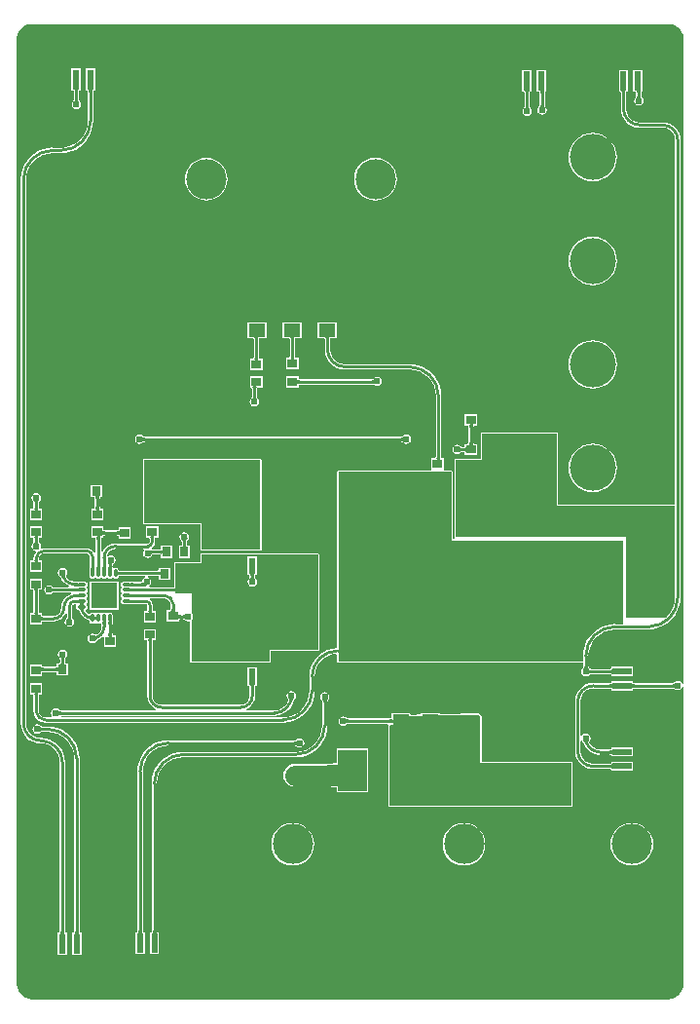
<source format=gtl>
G04*
G04 #@! TF.GenerationSoftware,Altium Limited,Altium Designer,20.0.2 (26)*
G04*
G04 Layer_Physical_Order=1*
G04 Layer_Color=255*
%FSLAX25Y25*%
%MOIN*%
G70*
G01*
G75*
%ADD11C,0.01000*%
%ADD18R,0.05787X0.04567*%
%ADD19R,0.03347X0.03150*%
%ADD20R,0.02362X0.06693*%
%ADD21R,0.03937X0.11024*%
%ADD22R,0.03150X0.03347*%
%ADD23R,0.09843X0.14173*%
%ADD24O,0.01102X0.03150*%
%ADD25O,0.03150X0.01102*%
%ADD26R,0.09055X0.09055*%
%ADD27R,0.15748X0.15000*%
%ADD28R,0.02402X0.05512*%
%ADD29R,0.11024X0.03937*%
%ADD30R,0.06693X0.02362*%
%ADD31R,0.13780X0.19685*%
%ADD32R,0.14173X0.09843*%
%ADD54C,0.07000*%
%ADD55C,0.07874*%
%ADD56C,0.13780*%
%ADD57C,0.19685*%
%ADD58O,0.08500X0.05500*%
%ADD59C,0.06299*%
%ADD60C,0.15748*%
%ADD61C,0.02400*%
G36*
X624600Y452300D02*
X625132Y452300D01*
X626175Y452093D01*
X627158Y451685D01*
X628042Y451094D01*
X628794Y450342D01*
X629385Y449458D01*
X629792Y448475D01*
X630000Y447432D01*
X630000Y446900D01*
X630000D01*
X630000Y446900D01*
X630000Y226456D01*
X629500Y226407D01*
X629460Y226608D01*
X629106Y227138D01*
X628577Y227491D01*
X627953Y227616D01*
X627328Y227491D01*
X626799Y227138D01*
X626748Y227062D01*
X626711Y227044D01*
X626662Y226991D01*
X626626Y226959D01*
X626585Y226930D01*
X626539Y226904D01*
X626487Y226880D01*
X626427Y226860D01*
X626359Y226843D01*
X626283Y226830D01*
X626197Y226822D01*
X626089Y226819D01*
X626076Y226813D01*
X626063Y226817D01*
X626037Y226803D01*
X613238D01*
X613204Y226819D01*
X613025Y226823D01*
X612883Y226836D01*
X612768Y226855D01*
X612682Y226877D01*
X612628Y226899D01*
X612614Y226908D01*
X612611Y226932D01*
X612605Y226944D01*
Y227467D01*
X605112D01*
Y226965D01*
X605093Y226931D01*
X605091Y226906D01*
X605078Y226898D01*
X605025Y226877D01*
X604942Y226854D01*
X604829Y226836D01*
X604689Y226823D01*
X604512Y226819D01*
X604478Y226803D01*
X599114D01*
Y226816D01*
X597877Y226694D01*
X596686Y226333D01*
X595590Y225747D01*
X594628Y224958D01*
X593839Y223997D01*
X593253Y222900D01*
X592892Y221710D01*
X592770Y220472D01*
X592783D01*
Y203445D01*
X592772D01*
X592888Y202265D01*
X593232Y201131D01*
X593791Y200085D01*
X594543Y199169D01*
X595459Y198417D01*
X596505Y197858D01*
X597639Y197514D01*
X598819Y197398D01*
Y197409D01*
X604478D01*
X604512Y197394D01*
X604689Y197389D01*
X604829Y197377D01*
X604942Y197358D01*
X605025Y197336D01*
X605078Y197314D01*
X605091Y197306D01*
X605093Y197281D01*
X605112Y197247D01*
Y196746D01*
X612605D01*
Y199908D01*
X605112D01*
Y199406D01*
X605093Y199372D01*
X605091Y199347D01*
X605078Y199339D01*
X605025Y199318D01*
X604942Y199295D01*
X604829Y199277D01*
X604689Y199264D01*
X604512Y199260D01*
X604478Y199244D01*
X598819D01*
X598808Y199242D01*
X597731Y199384D01*
X596717Y199804D01*
X595846Y200472D01*
X595178Y201343D01*
X594758Y202357D01*
X594616Y203434D01*
X594618Y203445D01*
Y206845D01*
X595118Y206997D01*
X595303Y206720D01*
X595431Y206635D01*
X595460Y206581D01*
X595509Y206541D01*
X595546Y206505D01*
X595585Y206460D01*
X595623Y206411D01*
X595716Y206266D01*
X595756Y206193D01*
X595848Y205995D01*
X595892Y205884D01*
X595951Y205824D01*
X596256Y205087D01*
X597142Y203933D01*
X598296Y203047D01*
X599640Y202490D01*
X601083Y202300D01*
Y202330D01*
X604478D01*
X604512Y202315D01*
X604689Y202311D01*
X604829Y202298D01*
X604942Y202279D01*
X605025Y202257D01*
X605078Y202236D01*
X605091Y202228D01*
X605093Y202203D01*
X605112Y202168D01*
Y201667D01*
X612605D01*
Y204829D01*
X605112D01*
Y204328D01*
X605093Y204293D01*
X605091Y204269D01*
X605078Y204261D01*
X605025Y204239D01*
X604942Y204217D01*
X604829Y204198D01*
X604689Y204186D01*
X604512Y204181D01*
X604478Y204166D01*
X601083D01*
Y204166D01*
X600123Y204293D01*
X599229Y204663D01*
X598461Y205252D01*
X597872Y206020D01*
X597660Y206532D01*
X597655Y206553D01*
X597651Y206605D01*
X597651Y206651D01*
X597657Y206694D01*
X597669Y206735D01*
X597685Y206776D01*
X597709Y206819D01*
X597755Y206884D01*
X597773Y206963D01*
X597964Y207250D01*
X598088Y207874D01*
X597964Y208498D01*
X597610Y209028D01*
X597081Y209381D01*
X596457Y209505D01*
X595832Y209381D01*
X595303Y209028D01*
X595118Y208751D01*
X594618Y208903D01*
Y220472D01*
X594615Y220491D01*
X594766Y221638D01*
X595215Y222723D01*
X595931Y223656D01*
X596863Y224371D01*
X597949Y224821D01*
X599096Y224972D01*
X599114Y224968D01*
X604478D01*
X604512Y224953D01*
X604689Y224948D01*
X604829Y224936D01*
X604942Y224917D01*
X605025Y224895D01*
X605078Y224873D01*
X605091Y224865D01*
X605093Y224840D01*
X605112Y224806D01*
Y224305D01*
X612605D01*
Y224828D01*
X612611Y224840D01*
X612614Y224864D01*
X612628Y224872D01*
X612682Y224894D01*
X612768Y224917D01*
X612883Y224936D01*
X613025Y224948D01*
X613204Y224953D01*
X613238Y224968D01*
X626147D01*
X626182Y224953D01*
X626291Y224950D01*
X626382Y224943D01*
X626466Y224931D01*
X626544Y224915D01*
X626614Y224896D01*
X626678Y224873D01*
X626737Y224846D01*
X626790Y224817D01*
X626839Y224785D01*
X626899Y224738D01*
X626968Y224718D01*
X627328Y224477D01*
X627953Y224353D01*
X628577Y224477D01*
X629106Y224831D01*
X629460Y225360D01*
X629500Y225561D01*
X630000Y225512D01*
X630000Y124400D01*
X630000Y123819D01*
X629773Y122679D01*
X629328Y121605D01*
X628683Y120639D01*
X627861Y119817D01*
X626895Y119172D01*
X625821Y118727D01*
X624681Y118500D01*
X624100Y118500D01*
X624100Y118500D01*
X624100Y118500D01*
X407511D01*
X406929Y118499D01*
X405788Y118724D01*
X404712Y119168D01*
X403744Y119813D01*
X402920Y120635D01*
X402273Y121602D01*
X401827Y122677D01*
X401600Y123818D01*
X401600Y124400D01*
X401600Y447100D01*
X401600Y447612D01*
X401800Y448617D01*
X402192Y449563D01*
X402761Y450415D01*
X403485Y451139D01*
X404337Y451708D01*
X405283Y452100D01*
X406288Y452300D01*
X406800Y452300D01*
X406800Y452300D01*
X624600Y452300D01*
D02*
G37*
G36*
X627168Y225077D02*
X627094Y225135D01*
X627014Y225188D01*
X626930Y225234D01*
X626840Y225275D01*
X626745Y225309D01*
X626645Y225336D01*
X626540Y225358D01*
X626429Y225374D01*
X626314Y225383D01*
X626193Y225386D01*
X626102Y226386D01*
X626224Y226390D01*
X626339Y226400D01*
X626448Y226419D01*
X626550Y226444D01*
X626646Y226477D01*
X626736Y226517D01*
X626819Y226565D01*
X626896Y226620D01*
X626966Y226682D01*
X627030Y226751D01*
X627168Y225077D01*
D02*
G37*
G36*
X612191Y226791D02*
X612221Y226706D01*
X612272Y226631D01*
X612343Y226566D01*
X612434Y226511D01*
X612545Y226466D01*
X612677Y226431D01*
X612828Y226406D01*
X613000Y226391D01*
X613193Y226386D01*
Y225386D01*
X613000Y225381D01*
X612828Y225366D01*
X612677Y225341D01*
X612545Y225306D01*
X612434Y225261D01*
X612343Y225206D01*
X612272Y225141D01*
X612221Y225066D01*
X612191Y224981D01*
X612181Y224886D01*
Y226886D01*
X612191Y226791D01*
D02*
G37*
G36*
X605524Y224886D02*
X605514Y224981D01*
X605484Y225066D01*
X605434Y225141D01*
X605364Y225206D01*
X605274Y225261D01*
X605164Y225306D01*
X605034Y225341D01*
X604884Y225366D01*
X604714Y225381D01*
X604524Y225386D01*
Y226386D01*
X604714Y226391D01*
X604884Y226406D01*
X605034Y226431D01*
X605164Y226466D01*
X605274Y226511D01*
X605364Y226566D01*
X605434Y226631D01*
X605484Y226706D01*
X605514Y226791D01*
X605524Y226886D01*
Y224886D01*
D02*
G37*
G36*
X597342Y207049D02*
X597294Y206962D01*
X597258Y206873D01*
X597233Y206781D01*
X597219Y206686D01*
X597217Y206589D01*
X597227Y206489D01*
X597248Y206387D01*
X597280Y206281D01*
X597324Y206173D01*
X596294Y206045D01*
X596245Y206167D01*
X596143Y206388D01*
X596089Y206487D01*
X595977Y206661D01*
X595919Y206736D01*
X595859Y206804D01*
X595798Y206863D01*
X595735Y206915D01*
X597401Y207133D01*
X597342Y207049D01*
D02*
G37*
G36*
X605524Y202248D02*
X605514Y202343D01*
X605484Y202428D01*
X605434Y202503D01*
X605364Y202568D01*
X605274Y202623D01*
X605164Y202668D01*
X605034Y202703D01*
X604884Y202728D01*
X604714Y202743D01*
X604524Y202748D01*
Y203748D01*
X604714Y203753D01*
X604884Y203768D01*
X605034Y203793D01*
X605164Y203828D01*
X605274Y203873D01*
X605364Y203928D01*
X605434Y203993D01*
X605484Y204068D01*
X605514Y204153D01*
X605524Y204248D01*
Y202248D01*
D02*
G37*
G36*
Y197327D02*
X605514Y197422D01*
X605484Y197507D01*
X605434Y197582D01*
X605364Y197647D01*
X605274Y197702D01*
X605164Y197747D01*
X605034Y197782D01*
X604884Y197807D01*
X604714Y197822D01*
X604524Y197827D01*
Y198827D01*
X604714Y198832D01*
X604884Y198847D01*
X605034Y198872D01*
X605164Y198907D01*
X605274Y198952D01*
X605364Y199007D01*
X605434Y199072D01*
X605484Y199147D01*
X605514Y199232D01*
X605524Y199327D01*
Y197327D01*
D02*
G37*
%LPC*%
G36*
X615853Y436621D02*
X612690D01*
Y429128D01*
X613487D01*
X613522Y429109D01*
X613547Y429106D01*
X613554Y429093D01*
X613576Y429041D01*
X613598Y428958D01*
X613617Y428845D01*
X613629Y428705D01*
X613634Y428528D01*
X613649Y428494D01*
Y427841D01*
X613634Y427807D01*
X613631Y427699D01*
X613623Y427611D01*
X613611Y427530D01*
X613594Y427457D01*
X613574Y427392D01*
X613550Y427334D01*
X613523Y427281D01*
X613494Y427234D01*
X613461Y427191D01*
X613410Y427136D01*
X613407Y427128D01*
X613060Y426609D01*
X612936Y425984D01*
X613060Y425360D01*
X613413Y424831D01*
X613943Y424477D01*
X614567Y424353D01*
X615191Y424477D01*
X615721Y424831D01*
X616074Y425360D01*
X616198Y425984D01*
X616074Y426609D01*
X615727Y427128D01*
X615724Y427136D01*
X615673Y427191D01*
X615640Y427234D01*
X615610Y427281D01*
X615584Y427334D01*
X615560Y427392D01*
X615540Y427457D01*
X615523Y427530D01*
X615511Y427611D01*
X615503Y427699D01*
X615500Y427807D01*
X615485Y427841D01*
Y428496D01*
X615500Y428531D01*
X615503Y428675D01*
X615632Y429128D01*
X615632D01*
Y429128D01*
X615853D01*
X615874Y429540D01*
X615866Y429559D01*
X615870Y429600D01*
X615853Y429628D01*
Y436621D01*
D02*
G37*
G36*
X582782D02*
X579620D01*
Y429128D01*
X580416D01*
X580451Y429109D01*
X580476Y429106D01*
X580483Y429093D01*
X580505Y429041D01*
X580527Y428958D01*
X580546Y428845D01*
X580559Y428705D01*
X580563Y428528D01*
X580578Y428494D01*
Y424691D01*
X580563Y424658D01*
X580560Y424549D01*
X580552Y424461D01*
X580540Y424380D01*
X580523Y424308D01*
X580503Y424242D01*
X580479Y424184D01*
X580453Y424131D01*
X580423Y424084D01*
X580390Y424041D01*
X580339Y423986D01*
X580336Y423978D01*
X579989Y423459D01*
X579865Y422835D01*
X579989Y422210D01*
X580342Y421681D01*
X580872Y421327D01*
X581496Y421203D01*
X582120Y421327D01*
X582650Y421681D01*
X583003Y422210D01*
X583127Y422835D01*
X583003Y423459D01*
X582656Y423978D01*
X582653Y423986D01*
X582603Y424041D01*
X582569Y424084D01*
X582540Y424131D01*
X582513Y424184D01*
X582489Y424242D01*
X582469Y424308D01*
X582452Y424380D01*
X582440Y424461D01*
X582432Y424549D01*
X582429Y424658D01*
X582414Y424691D01*
Y428496D01*
X582429Y428531D01*
X582432Y428675D01*
X582562Y429128D01*
X582562D01*
Y429128D01*
X582782D01*
X582803Y429540D01*
X582795Y429559D01*
X582799Y429600D01*
X582782Y429628D01*
Y436621D01*
D02*
G37*
G36*
X423530Y437014D02*
X420368D01*
Y429521D01*
X420968D01*
X421002Y429503D01*
X421027Y429500D01*
X421035Y429487D01*
X421056Y429434D01*
X421079Y429351D01*
X421097Y429239D01*
X421110Y429099D01*
X421114Y428922D01*
X421130Y428888D01*
Y426660D01*
X421114Y426626D01*
X421111Y426518D01*
X421104Y426430D01*
X421091Y426349D01*
X421074Y426276D01*
X421054Y426211D01*
X421031Y426153D01*
X421004Y426100D01*
X420974Y426053D01*
X420941Y426010D01*
X420890Y425955D01*
X420887Y425947D01*
X420540Y425427D01*
X420416Y424803D01*
X420540Y424179D01*
X420894Y423650D01*
X421423Y423296D01*
X422047Y423172D01*
X422672Y423296D01*
X423201Y423650D01*
X423554Y424179D01*
X423679Y424803D01*
X423554Y425427D01*
X423207Y425947D01*
X423204Y425955D01*
X423154Y426010D01*
X423120Y426053D01*
X423091Y426100D01*
X423064Y426153D01*
X423040Y426211D01*
X423020Y426276D01*
X423003Y426349D01*
X422991Y426430D01*
X422983Y426518D01*
X422980Y426626D01*
X422965Y426660D01*
Y428888D01*
X422980Y428922D01*
X422985Y429099D01*
X422997Y429239D01*
X423016Y429351D01*
X423038Y429434D01*
X423060Y429487D01*
X423068Y429500D01*
X423093Y429503D01*
X423127Y429521D01*
X423530D01*
Y437014D01*
D02*
G37*
G36*
X577861Y436621D02*
X574698D01*
Y429128D01*
X575298D01*
X575333Y429109D01*
X575357Y429106D01*
X575365Y429093D01*
X575387Y429041D01*
X575409Y428958D01*
X575428Y428845D01*
X575441Y428705D01*
X575445Y428528D01*
X575460Y428494D01*
Y424298D01*
X575445Y424264D01*
X575442Y424156D01*
X575434Y424067D01*
X575422Y423987D01*
X575405Y423914D01*
X575385Y423849D01*
X575361Y423790D01*
X575335Y423738D01*
X575305Y423690D01*
X575272Y423647D01*
X575221Y423593D01*
X575218Y423585D01*
X574871Y423065D01*
X574747Y422441D01*
X574871Y421817D01*
X575224Y421287D01*
X575754Y420934D01*
X576378Y420810D01*
X577002Y420934D01*
X577531Y421287D01*
X577885Y421817D01*
X578009Y422441D01*
X577885Y423065D01*
X577538Y423585D01*
X577535Y423593D01*
X577484Y423647D01*
X577451Y423690D01*
X577421Y423738D01*
X577395Y423790D01*
X577371Y423849D01*
X577351Y423914D01*
X577334Y423987D01*
X577322Y424067D01*
X577314Y424156D01*
X577311Y424264D01*
X577296Y424298D01*
Y428494D01*
X577311Y428528D01*
X577315Y428705D01*
X577328Y428845D01*
X577347Y428958D01*
X577369Y429041D01*
X577390Y429093D01*
X577398Y429106D01*
X577423Y429109D01*
X577458Y429128D01*
X577861D01*
Y436621D01*
D02*
G37*
G36*
X428451Y437014D02*
X425289D01*
Y429521D01*
X425791D01*
X425825Y429503D01*
X425850Y429500D01*
X425857Y429487D01*
X425879Y429434D01*
X425902Y429351D01*
X425920Y429239D01*
X425933Y429099D01*
X425937Y428922D01*
X425952Y428888D01*
Y419093D01*
X425960Y419054D01*
X425789Y417312D01*
X425269Y415599D01*
X424425Y414020D01*
X423289Y412636D01*
X421906Y411500D01*
X420327Y410656D01*
X418613Y410137D01*
X416871Y409965D01*
X416832Y409973D01*
X413937D01*
Y409989D01*
X412227Y409854D01*
X410558Y409454D01*
X408973Y408797D01*
X407510Y407901D01*
X406206Y406786D01*
X405091Y405482D01*
X404195Y404019D01*
X403538Y402434D01*
X403138Y400766D01*
X403003Y399055D01*
X403019D01*
Y392913D01*
X403019Y212992D01*
X403004D01*
X403135Y211658D01*
X403525Y210375D01*
X404157Y209193D01*
X405007Y208157D01*
X406043Y207306D01*
X407226Y206674D01*
X408508Y206285D01*
X409842Y206154D01*
Y206154D01*
X409857Y206166D01*
X411103Y206044D01*
X412316Y205676D01*
X413433Y205079D01*
X414413Y204275D01*
X415216Y203295D01*
X415814Y202178D01*
X416181Y200966D01*
X416305Y199705D01*
X416307D01*
Y141978D01*
X416292Y141944D01*
X416287Y141768D01*
X416275Y141628D01*
X416256Y141515D01*
X416233Y141432D01*
X416212Y141379D01*
X416204Y141366D01*
X416179Y141364D01*
X416145Y141345D01*
X415643D01*
Y133852D01*
X418806D01*
Y141345D01*
X418304D01*
X418270Y141364D01*
X418245Y141366D01*
X418237Y141379D01*
X418215Y141432D01*
X418193Y141515D01*
X418174Y141628D01*
X418162Y141768D01*
X418157Y141944D01*
X418142Y141978D01*
Y199705D01*
X418164D01*
X418005Y201328D01*
X417531Y202889D01*
X416762Y204328D01*
X415727Y205589D01*
X414466Y206624D01*
X413027Y207393D01*
X411466Y207867D01*
X409842Y208027D01*
Y208027D01*
X409355Y208058D01*
X408549Y208164D01*
X407343Y208664D01*
X406308Y209458D01*
X405514Y210493D01*
X405015Y211699D01*
X404848Y212961D01*
X404855Y212992D01*
X404855Y392913D01*
Y399055D01*
X404847Y399094D01*
X405018Y400829D01*
X405535Y402535D01*
X406376Y404107D01*
X407507Y405485D01*
X408885Y406616D01*
X410457Y407457D01*
X412163Y407974D01*
X413899Y408145D01*
X413937Y408138D01*
X416832D01*
Y408121D01*
X418548Y408256D01*
X420222Y408658D01*
X421813Y409317D01*
X423281Y410217D01*
X424590Y411335D01*
X425708Y412644D01*
X426608Y414112D01*
X427267Y415703D01*
X427669Y417377D01*
X427804Y419093D01*
X427788D01*
Y428888D01*
X427803Y428922D01*
X427808Y429099D01*
X427820Y429239D01*
X427839Y429351D01*
X427861Y429434D01*
X427883Y429487D01*
X427890Y429500D01*
X427915Y429503D01*
X427950Y429521D01*
X428451D01*
Y437014D01*
D02*
G37*
G36*
X598819Y415007D02*
X597197Y414847D01*
X595637Y414374D01*
X594200Y413606D01*
X592940Y412572D01*
X591906Y411312D01*
X591138Y409875D01*
X590665Y408315D01*
X590505Y406693D01*
X590665Y405071D01*
X591138Y403511D01*
X591906Y402074D01*
X592940Y400814D01*
X594200Y399780D01*
X595637Y399012D01*
X597197Y398539D01*
X598819Y398379D01*
X600441Y398539D01*
X602001Y399012D01*
X603438Y399780D01*
X604698Y400814D01*
X605732Y402074D01*
X606500Y403511D01*
X606973Y405071D01*
X607133Y406693D01*
X606973Y408315D01*
X606500Y409875D01*
X605732Y411312D01*
X604698Y412572D01*
X603438Y413606D01*
X602001Y414374D01*
X600441Y414847D01*
X598819Y415007D01*
D02*
G37*
G36*
X524409Y406538D02*
X522980Y406397D01*
X521606Y405980D01*
X520340Y405303D01*
X519230Y404392D01*
X518319Y403282D01*
X517642Y402016D01*
X517225Y400642D01*
X517084Y399213D01*
X517225Y397784D01*
X517642Y396409D01*
X518319Y395143D01*
X519230Y394033D01*
X520340Y393122D01*
X521606Y392445D01*
X522980Y392028D01*
X524409Y391888D01*
X525839Y392028D01*
X527213Y392445D01*
X528479Y393122D01*
X529589Y394033D01*
X530500Y395143D01*
X531177Y396409D01*
X531594Y397784D01*
X531735Y399213D01*
X531594Y400642D01*
X531177Y402016D01*
X530500Y403282D01*
X529589Y404392D01*
X528479Y405303D01*
X527213Y405980D01*
X525839Y406397D01*
X524409Y406538D01*
D02*
G37*
G36*
X466535D02*
X465106Y406397D01*
X463732Y405980D01*
X462466Y405303D01*
X461356Y404392D01*
X460445Y403282D01*
X459768Y402016D01*
X459351Y400642D01*
X459210Y399213D01*
X459351Y397784D01*
X459768Y396409D01*
X460445Y395143D01*
X461356Y394033D01*
X462466Y393122D01*
X463732Y392445D01*
X465106Y392028D01*
X466535Y391888D01*
X467964Y392028D01*
X469339Y392445D01*
X470605Y393122D01*
X471715Y394033D01*
X472626Y395143D01*
X473303Y396409D01*
X473720Y397784D01*
X473860Y399213D01*
X473720Y400642D01*
X473303Y402016D01*
X472626Y403282D01*
X471715Y404392D01*
X470605Y405303D01*
X469339Y405980D01*
X467964Y406397D01*
X466535Y406538D01*
D02*
G37*
G36*
X598819Y379574D02*
X597197Y379414D01*
X595637Y378941D01*
X594200Y378173D01*
X592940Y377139D01*
X591906Y375879D01*
X591138Y374442D01*
X590665Y372882D01*
X590505Y371260D01*
X590665Y369638D01*
X591138Y368078D01*
X591906Y366641D01*
X592940Y365381D01*
X594200Y364347D01*
X595637Y363579D01*
X597197Y363106D01*
X598819Y362946D01*
X600441Y363106D01*
X602001Y363579D01*
X603438Y364347D01*
X604698Y365381D01*
X605732Y366641D01*
X606500Y368078D01*
X606973Y369638D01*
X607133Y371260D01*
X606973Y372882D01*
X606500Y374442D01*
X605732Y375879D01*
X604698Y377139D01*
X603438Y378173D01*
X602001Y378941D01*
X600441Y379414D01*
X598819Y379574D01*
D02*
G37*
G36*
X499294Y350180D02*
X492706D01*
Y344813D01*
X494942D01*
X494954Y344806D01*
X494978Y344804D01*
X494987Y344789D01*
X495009Y344735D01*
X495031Y344650D01*
X495050Y344535D01*
X495062Y344392D01*
X495067Y344213D01*
X495082Y344179D01*
Y338737D01*
X495067Y338703D01*
X495062Y338524D01*
X495050Y338381D01*
X495031Y338266D01*
X495009Y338181D01*
X494987Y338127D01*
X494978Y338113D01*
X494954Y338110D01*
X494942Y338104D01*
X493927D01*
Y334154D01*
X498073D01*
Y338104D01*
X497058D01*
X497046Y338110D01*
X497022Y338113D01*
X497013Y338127D01*
X496991Y338181D01*
X496969Y338266D01*
X496950Y338381D01*
X496938Y338524D01*
X496933Y338703D01*
X496918Y338737D01*
Y344179D01*
X496933Y344213D01*
X496938Y344392D01*
X496950Y344535D01*
X496969Y344650D01*
X496991Y344735D01*
X497013Y344789D01*
X497022Y344804D01*
X497046Y344806D01*
X497058Y344813D01*
X499294D01*
Y350180D01*
D02*
G37*
G36*
X487294D02*
X480706D01*
Y344813D01*
X482612D01*
X482623Y344806D01*
X482647Y344804D01*
X482656Y344789D01*
X482678Y344735D01*
X482700Y344650D01*
X482719Y344535D01*
X482732Y344392D01*
X482736Y344213D01*
X482752Y344179D01*
Y338556D01*
X482736Y338522D01*
X482732Y338343D01*
X482719Y338200D01*
X482700Y338085D01*
X482678Y338000D01*
X482656Y337946D01*
X482647Y337931D01*
X482623Y337929D01*
X482612Y337922D01*
X481596D01*
Y333973D01*
X485743D01*
Y337922D01*
X484727D01*
X484715Y337929D01*
X484691Y337931D01*
X484683Y337946D01*
X484661Y338000D01*
X484638Y338085D01*
X484619Y338200D01*
X484607Y338343D01*
X484602Y338522D01*
X484587Y338556D01*
Y344179D01*
X484602Y344213D01*
X484607Y344392D01*
X484619Y344535D01*
X484638Y344650D01*
X484661Y344735D01*
X484683Y344789D01*
X484691Y344804D01*
X484715Y344806D01*
X484727Y344813D01*
X487294D01*
Y350180D01*
D02*
G37*
G36*
X498073Y331846D02*
X493927D01*
Y327896D01*
X498073D01*
Y328814D01*
X498080Y328825D01*
X498082Y328849D01*
X498097Y328858D01*
X498151Y328880D01*
X498236Y328903D01*
X498351Y328921D01*
X498493Y328934D01*
X498672Y328939D01*
X498707Y328954D01*
X523213D01*
X523247Y328939D01*
X523357Y328936D01*
X523449Y328929D01*
X523534Y328917D01*
X523613Y328902D01*
X523685Y328882D01*
X523751Y328860D01*
X523811Y328834D01*
X523866Y328805D01*
X523916Y328773D01*
X523977Y328727D01*
X524055Y328707D01*
X524376Y328493D01*
X525000Y328369D01*
X525624Y328493D01*
X526154Y328847D01*
X526507Y329376D01*
X526631Y330000D01*
X526507Y330624D01*
X526154Y331153D01*
X525624Y331507D01*
X525000Y331631D01*
X524376Y331507D01*
X523846Y331153D01*
X523778Y331051D01*
X523733Y331029D01*
X523686Y330975D01*
X523651Y330943D01*
X523612Y330915D01*
X523569Y330889D01*
X523519Y330866D01*
X523460Y330846D01*
X523394Y330829D01*
X523318Y330816D01*
X523233Y330807D01*
X523126Y330804D01*
X523107Y330796D01*
X523088Y330801D01*
X523066Y330789D01*
X498707D01*
X498672Y330804D01*
X498493Y330809D01*
X498351Y330821D01*
X498236Y330840D01*
X498151Y330863D01*
X498097Y330885D01*
X498082Y330893D01*
X498080Y330917D01*
X498073Y330929D01*
Y331846D01*
D02*
G37*
G36*
X598819Y344141D02*
X597197Y343981D01*
X595637Y343508D01*
X594200Y342740D01*
X592940Y341706D01*
X591906Y340446D01*
X591138Y339008D01*
X590665Y337449D01*
X590505Y335827D01*
X590665Y334205D01*
X591138Y332645D01*
X591906Y331208D01*
X592940Y329948D01*
X594200Y328914D01*
X595637Y328146D01*
X597197Y327673D01*
X598819Y327513D01*
X600441Y327673D01*
X602001Y328146D01*
X603438Y328914D01*
X604698Y329948D01*
X605732Y331208D01*
X606500Y332645D01*
X606973Y334205D01*
X607133Y335827D01*
X606973Y337449D01*
X606500Y339008D01*
X605732Y340446D01*
X604698Y341706D01*
X603438Y342740D01*
X602001Y343508D01*
X600441Y343981D01*
X598819Y344141D01*
D02*
G37*
G36*
X485743Y331665D02*
X481596D01*
Y328215D01*
X481596Y328207D01*
X481577Y328173D01*
X481579Y328135D01*
X481575Y328125D01*
X481596Y327715D01*
X481820D01*
Y327715D01*
X481820D01*
X482063Y327293D01*
X482067Y327116D01*
X482082Y327082D01*
Y324857D01*
X482067Y324823D01*
X482064Y324715D01*
X482056Y324626D01*
X482044Y324546D01*
X482027Y324473D01*
X482007Y324408D01*
X481983Y324349D01*
X481956Y324297D01*
X481927Y324250D01*
X481894Y324206D01*
X481843Y324152D01*
X481840Y324144D01*
X481493Y323624D01*
X481369Y323000D01*
X481493Y322376D01*
X481847Y321847D01*
X482376Y321493D01*
X483000Y321369D01*
X483624Y321493D01*
X484154Y321847D01*
X484507Y322376D01*
X484631Y323000D01*
X484507Y323624D01*
X484160Y324144D01*
X484157Y324152D01*
X484106Y324206D01*
X484073Y324249D01*
X484044Y324297D01*
X484017Y324349D01*
X483993Y324408D01*
X483973Y324473D01*
X483956Y324546D01*
X483944Y324626D01*
X483936Y324715D01*
X483933Y324823D01*
X483918Y324857D01*
Y327082D01*
X483933Y327116D01*
X483938Y327294D01*
X483950Y327437D01*
X483969Y327551D01*
X483991Y327636D01*
X484014Y327691D01*
X484023Y327706D01*
X484048Y327709D01*
X484060Y327715D01*
X485743D01*
Y331665D01*
D02*
G37*
G36*
X535039Y311868D02*
X534415Y311743D01*
X533896Y311396D01*
X533888Y311393D01*
X533833Y311343D01*
X533790Y311310D01*
X533743Y311280D01*
X533690Y311253D01*
X533632Y311229D01*
X533566Y311209D01*
X533494Y311192D01*
X533413Y311180D01*
X533325Y311172D01*
X533216Y311169D01*
X533182Y311154D01*
X445558D01*
X445524Y311169D01*
X445415Y311172D01*
X445327Y311180D01*
X445247Y311192D01*
X445174Y311209D01*
X445109Y311229D01*
X445050Y311253D01*
X444998Y311280D01*
X444950Y311310D01*
X444907Y311343D01*
X444852Y311393D01*
X444844Y311396D01*
X444325Y311743D01*
X443701Y311868D01*
X443077Y311743D01*
X442547Y311390D01*
X442194Y310860D01*
X442069Y310236D01*
X442194Y309612D01*
X442547Y309083D01*
X443077Y308729D01*
X443701Y308605D01*
X444325Y308729D01*
X444844Y309076D01*
X444852Y309079D01*
X444907Y309130D01*
X444950Y309163D01*
X444998Y309193D01*
X445050Y309220D01*
X445109Y309243D01*
X445174Y309263D01*
X445247Y309280D01*
X445327Y309293D01*
X445415Y309300D01*
X445524Y309303D01*
X445558Y309319D01*
X533182D01*
X533216Y309303D01*
X533325Y309300D01*
X533413Y309293D01*
X533494Y309280D01*
X533566Y309263D01*
X533632Y309243D01*
X533690Y309220D01*
X533743Y309193D01*
X533790Y309163D01*
X533833Y309130D01*
X533888Y309079D01*
X533896Y309076D01*
X534415Y308729D01*
X535039Y308605D01*
X535664Y308729D01*
X536193Y309083D01*
X536547Y309612D01*
X536671Y310236D01*
X536547Y310860D01*
X536193Y311390D01*
X535664Y311743D01*
X535039Y311868D01*
D02*
G37*
G36*
X559160Y318796D02*
X555013D01*
Y314846D01*
X556029D01*
X556041Y314840D01*
X556065Y314838D01*
X556073Y314823D01*
X556095Y314769D01*
X556118Y314684D01*
X556137Y314569D01*
X556149Y314426D01*
X556154Y314247D01*
X556169Y314213D01*
Y309280D01*
X556154Y309246D01*
X556149Y309067D01*
X556137Y308925D01*
X556118Y308810D01*
X556095Y308724D01*
X556073Y308670D01*
X556065Y308656D01*
X556041Y308653D01*
X556029Y308647D01*
X555013D01*
Y307751D01*
X554995Y307717D01*
X554992Y307693D01*
X554979Y307685D01*
X554927Y307663D01*
X554843Y307641D01*
X554731Y307622D01*
X554591Y307610D01*
X554414Y307605D01*
X554380Y307590D01*
X554229D01*
X554195Y307605D01*
X554087Y307608D01*
X553999Y307616D01*
X553919Y307628D01*
X553847Y307645D01*
X553783Y307665D01*
X553726Y307689D01*
X553675Y307716D01*
X553629Y307746D01*
X553587Y307779D01*
X553534Y307830D01*
X553524Y307834D01*
X553516Y307846D01*
X552986Y308200D01*
X552362Y308324D01*
X551738Y308200D01*
X551209Y307846D01*
X550855Y307317D01*
X550731Y306693D01*
X550855Y306069D01*
X551209Y305539D01*
X551738Y305186D01*
X552362Y305062D01*
X552986Y305186D01*
X553466Y305506D01*
X553494Y305516D01*
X553550Y305566D01*
X553594Y305599D01*
X553643Y305629D01*
X553697Y305656D01*
X553756Y305679D01*
X553823Y305700D01*
X553897Y305716D01*
X553978Y305729D01*
X554067Y305736D01*
X554175Y305739D01*
X554209Y305754D01*
X554380D01*
X554414Y305739D01*
X554591Y305734D01*
X554731Y305722D01*
X554843Y305703D01*
X554927Y305681D01*
X554979Y305660D01*
X554992Y305652D01*
X554995Y305627D01*
X555013Y305592D01*
Y304697D01*
X559160D01*
Y308647D01*
X558144D01*
X558133Y308653D01*
X558109Y308656D01*
X558100Y308670D01*
X558078Y308724D01*
X558055Y308810D01*
X558037Y308925D01*
X558024Y309067D01*
X558019Y309246D01*
X558004Y309280D01*
Y314213D01*
X558019Y314247D01*
X558024Y314426D01*
X558037Y314569D01*
X558055Y314684D01*
X558078Y314769D01*
X558100Y314823D01*
X558109Y314838D01*
X558133Y314840D01*
X558144Y314846D01*
X559160D01*
Y318796D01*
D02*
G37*
G36*
X598819Y308708D02*
X597197Y308548D01*
X595637Y308075D01*
X594200Y307307D01*
X592940Y306273D01*
X591906Y305013D01*
X591138Y303575D01*
X590665Y302016D01*
X590505Y300394D01*
X590665Y298772D01*
X591138Y297212D01*
X591906Y295775D01*
X592940Y294515D01*
X594200Y293481D01*
X595637Y292712D01*
X597197Y292239D01*
X598819Y292080D01*
X600441Y292239D01*
X602001Y292712D01*
X603438Y293481D01*
X604698Y294515D01*
X605732Y295775D01*
X606500Y297212D01*
X606973Y298772D01*
X607133Y300394D01*
X606973Y302016D01*
X606500Y303575D01*
X605732Y305013D01*
X604698Y306273D01*
X603438Y307307D01*
X602001Y308075D01*
X600441Y308548D01*
X598819Y308708D01*
D02*
G37*
G36*
X610931Y436621D02*
X607769D01*
Y429128D01*
X608271D01*
X608305Y429109D01*
X608330Y429106D01*
X608338Y429093D01*
X608359Y429041D01*
X608382Y428958D01*
X608401Y428845D01*
X608413Y428705D01*
X608418Y428528D01*
X608433Y428494D01*
Y423327D01*
X608419D01*
X608545Y422051D01*
X608917Y420823D01*
X609521Y419692D01*
X610335Y418701D01*
X611326Y417887D01*
X612457Y417283D01*
X613684Y416911D01*
X614961Y416785D01*
Y416799D01*
X622835D01*
X622846Y416801D01*
X623923Y416659D01*
X624937Y416239D01*
X625807Y415571D01*
X626475Y414701D01*
X626896Y413687D01*
X627037Y412609D01*
X627035Y412598D01*
Y287835D01*
X587047D01*
Y312205D01*
X586920Y312511D01*
X586614Y312638D01*
X561024D01*
X560717Y312511D01*
X560591Y312205D01*
Y303583D01*
X551968D01*
X551662Y303456D01*
X551536Y303150D01*
Y276772D01*
X551638Y276523D01*
X551451Y276024D01*
X550827D01*
Y299213D01*
X550700Y299519D01*
X550394Y299646D01*
X548107D01*
X547743Y299973D01*
X547743Y300146D01*
Y303922D01*
X547058D01*
X547046Y303929D01*
X547022Y303931D01*
X547013Y303946D01*
X546991Y304000D01*
X546969Y304085D01*
X546950Y304200D01*
X546938Y304343D01*
X546933Y304522D01*
X546918Y304556D01*
Y325000D01*
X546934D01*
X546799Y326710D01*
X546399Y328379D01*
X545742Y329964D01*
X544846Y331427D01*
X543731Y332731D01*
X542427Y333846D01*
X540964Y334742D01*
X539379Y335399D01*
X537710Y335799D01*
X536000Y335934D01*
Y335918D01*
X514000D01*
X513966Y335911D01*
X512682Y336080D01*
X511453Y336589D01*
X510398Y337398D01*
X509589Y338453D01*
X509080Y339682D01*
X508911Y340966D01*
X508918Y341000D01*
Y344179D01*
X508933Y344213D01*
X508938Y344392D01*
X508950Y344535D01*
X508969Y344650D01*
X508991Y344735D01*
X509013Y344789D01*
X509022Y344804D01*
X509046Y344806D01*
X509058Y344813D01*
X511294D01*
Y350180D01*
X504706D01*
Y344813D01*
X506942D01*
X506954Y344806D01*
X506978Y344804D01*
X506987Y344789D01*
X507009Y344735D01*
X507031Y344650D01*
X507050Y344535D01*
X507062Y344392D01*
X507067Y344213D01*
X507082Y344179D01*
Y341000D01*
X507067D01*
X507200Y339647D01*
X507594Y338347D01*
X508235Y337148D01*
X509097Y336097D01*
X510148Y335235D01*
X511347Y334594D01*
X512647Y334200D01*
X514000Y334067D01*
Y334082D01*
X536000D01*
X536038Y334090D01*
X537774Y333919D01*
X539480Y333402D01*
X541052Y332561D01*
X542430Y331430D01*
X543561Y330052D01*
X544402Y328480D01*
X544919Y326774D01*
X545090Y325038D01*
X545082Y325000D01*
Y304556D01*
X545067Y304522D01*
X545062Y304343D01*
X545050Y304200D01*
X545031Y304085D01*
X545009Y304000D01*
X544987Y303946D01*
X544978Y303931D01*
X544954Y303929D01*
X544942Y303922D01*
X543596D01*
Y300146D01*
X543596Y299973D01*
X543232Y299646D01*
X511811D01*
X511505Y299519D01*
X511378Y299213D01*
Y238738D01*
X509543Y238557D01*
X507741Y238010D01*
X506080Y237122D01*
X504624Y235928D01*
X503429Y234472D01*
X502541Y232811D01*
X501994Y231008D01*
X501810Y229134D01*
X501838D01*
Y224173D01*
X501846Y224135D01*
X501675Y222399D01*
X501158Y220693D01*
X500317Y219121D01*
X499186Y217743D01*
X497808Y216612D01*
X496236Y215772D01*
X494530Y215254D01*
X492794Y215083D01*
X492756Y215091D01*
X423228Y215091D01*
X423228Y215091D01*
X417239D01*
X417050Y215591D01*
X417080Y215618D01*
X489764D01*
Y215602D01*
X491098Y215734D01*
X492381Y216123D01*
X493563Y216755D01*
X494599Y217605D01*
X495450Y218642D01*
X496082Y219824D01*
X496261Y220414D01*
X496314Y220478D01*
X496349Y220588D01*
X496426Y220784D01*
X496462Y220861D01*
X496500Y220932D01*
X496539Y220995D01*
X496578Y221049D01*
X496616Y221095D01*
X496652Y221133D01*
X496703Y221177D01*
X496725Y221222D01*
X496823Y221287D01*
X497177Y221817D01*
X497301Y222441D01*
X497177Y223065D01*
X496823Y223594D01*
X496294Y223948D01*
X495669Y224072D01*
X495045Y223948D01*
X494516Y223594D01*
X494162Y223065D01*
X494038Y222441D01*
X494162Y221817D01*
X494381Y221489D01*
X494400Y221414D01*
X494447Y221352D01*
X494473Y221307D01*
X494493Y221264D01*
X494507Y221220D01*
X494517Y221172D01*
X494521Y221121D01*
X494520Y221063D01*
X494512Y220998D01*
X494497Y220926D01*
X494489Y220900D01*
X494092Y219942D01*
X493298Y218907D01*
X492263Y218112D01*
X491057Y217613D01*
X489795Y217447D01*
X489764Y217453D01*
X480255D01*
X480155Y217953D01*
X480796Y218218D01*
X481810Y218997D01*
X482589Y220011D01*
X483078Y221193D01*
X483245Y222461D01*
X483221D01*
Y225282D01*
X483236Y225316D01*
X483241Y225492D01*
X483253Y225632D01*
X483272Y225745D01*
X483294Y225828D01*
X483316Y225881D01*
X483324Y225894D01*
X483349Y225896D01*
X483383Y225915D01*
X483904D01*
Y232227D01*
X480702D01*
Y225915D01*
X481224D01*
X481258Y225896D01*
X481283Y225894D01*
X481291Y225881D01*
X481312Y225828D01*
X481335Y225745D01*
X481353Y225632D01*
X481366Y225492D01*
X481370Y225316D01*
X481386Y225282D01*
Y222461D01*
X481379D01*
X481276Y221676D01*
X480973Y220944D01*
X480491Y220316D01*
X479863Y219834D01*
X479131Y219531D01*
X478346Y219428D01*
Y219422D01*
X451181D01*
Y219428D01*
X450401Y219531D01*
X449675Y219832D01*
X449051Y220311D01*
X448572Y220935D01*
X448271Y221661D01*
X448168Y222441D01*
X448162D01*
Y240720D01*
X448177Y240754D01*
X448182Y240933D01*
X448194Y241075D01*
X448213Y241190D01*
X448236Y241276D01*
X448257Y241330D01*
X448266Y241344D01*
X448290Y241347D01*
X448302Y241353D01*
X449317D01*
Y245303D01*
X445171D01*
Y241353D01*
X446186D01*
X446198Y241347D01*
X446222Y241344D01*
X446231Y241330D01*
X446253Y241276D01*
X446275Y241190D01*
X446294Y241075D01*
X446307Y240933D01*
X446311Y240754D01*
X446326Y240720D01*
Y222441D01*
X446302D01*
X446469Y221178D01*
X446956Y220002D01*
X447731Y218991D01*
X448742Y218216D01*
X449376Y217953D01*
X449277Y217453D01*
X416818D01*
X416784Y217468D01*
X416675Y217471D01*
X416587Y217479D01*
X416506Y217492D01*
X416434Y217508D01*
X416368Y217529D01*
X416310Y217552D01*
X416257Y217579D01*
X416210Y217609D01*
X416167Y217642D01*
X416112Y217693D01*
X416104Y217696D01*
X415585Y218043D01*
X414961Y218167D01*
X414336Y218043D01*
X413807Y217689D01*
X413453Y217160D01*
X413329Y216535D01*
X413453Y215911D01*
X413667Y215591D01*
X413411Y215091D01*
X411417D01*
X411390Y215086D01*
X410559Y215251D01*
X409831Y215737D01*
X409345Y216465D01*
X409180Y217296D01*
X409185Y217323D01*
Y222216D01*
X409200Y222250D01*
X409205Y222429D01*
X409218Y222571D01*
X409236Y222686D01*
X409259Y222772D01*
X409281Y222826D01*
X409290Y222840D01*
X409314Y222843D01*
X409326Y222849D01*
X410341D01*
Y226799D01*
X406194D01*
Y222849D01*
X407210D01*
X407222Y222843D01*
X407246Y222840D01*
X407254Y222826D01*
X407276Y222772D01*
X407299Y222686D01*
X407318Y222571D01*
X407330Y222429D01*
X407335Y222250D01*
X407350Y222216D01*
Y217323D01*
X407333D01*
X407472Y216266D01*
X407880Y215281D01*
X408529Y214435D01*
X409375Y213786D01*
X410360Y213377D01*
X411417Y213238D01*
Y213256D01*
X423228D01*
X423228Y213256D01*
X492756Y213256D01*
Y213240D01*
X494466Y213374D01*
X496135Y213775D01*
X497720Y214431D01*
X499183Y215328D01*
X500487Y216442D01*
X501602Y217747D01*
X502498Y219209D01*
X503155Y220795D01*
X503555Y222463D01*
X503690Y224173D01*
X503674D01*
Y229134D01*
X503670Y229151D01*
X503818Y230646D01*
X504258Y232099D01*
X504975Y233439D01*
X505938Y234613D01*
X507112Y235577D01*
X508452Y236293D01*
X509906Y236734D01*
X511008Y236842D01*
X511378Y236506D01*
Y234252D01*
X511505Y233946D01*
X511811Y233819D01*
X595539D01*
Y232565D01*
X595524Y232532D01*
X595521Y232423D01*
X595513Y232335D01*
X595501Y232255D01*
X595484Y232182D01*
X595464Y232117D01*
X595440Y232058D01*
X595413Y232006D01*
X595383Y231958D01*
X595350Y231915D01*
X595299Y231860D01*
X595296Y231852D01*
X594949Y231333D01*
X594825Y230709D01*
X594949Y230084D01*
X595303Y229555D01*
X595832Y229202D01*
X596457Y229077D01*
X597081Y229202D01*
X597600Y229549D01*
X597608Y229552D01*
X597663Y229602D01*
X597706Y229635D01*
X597753Y229665D01*
X597806Y229692D01*
X597864Y229715D01*
X597930Y229736D01*
X598002Y229753D01*
X598083Y229765D01*
X598171Y229773D01*
X598280Y229776D01*
X598314Y229791D01*
X604478D01*
X604512Y229776D01*
X604689Y229771D01*
X604829Y229759D01*
X604942Y229740D01*
X605025Y229718D01*
X605078Y229696D01*
X605091Y229688D01*
X605093Y229663D01*
X605112Y229629D01*
Y229226D01*
X612605D01*
Y232388D01*
X605112D01*
Y231788D01*
X605093Y231754D01*
X605091Y231729D01*
X605078Y231721D01*
X605025Y231700D01*
X604942Y231677D01*
X604829Y231659D01*
X604689Y231646D01*
X604512Y231642D01*
X604478Y231626D01*
X598314D01*
X598280Y231641D01*
X598171Y231645D01*
X598083Y231652D01*
X598002Y231665D01*
X597930Y231681D01*
X597864Y231702D01*
X597806Y231725D01*
X597753Y231752D01*
X597706Y231782D01*
X597663Y231815D01*
X597611Y231863D01*
X597563Y231915D01*
X597530Y231958D01*
X597500Y232006D01*
X597473Y232058D01*
X597450Y232116D01*
X597429Y232182D01*
X597413Y232255D01*
X597400Y232335D01*
X597393Y232423D01*
X597390Y232532D01*
X597374Y232565D01*
Y236063D01*
X597367Y236101D01*
X597538Y237837D01*
X598055Y239543D01*
X598896Y241115D01*
X600026Y242493D01*
X601404Y243624D01*
X602977Y244465D01*
X604683Y244982D01*
X606418Y245153D01*
X606457Y245145D01*
X617953D01*
Y245129D01*
X619663Y245264D01*
X621332Y245664D01*
X622917Y246321D01*
X624379Y247217D01*
X625684Y248332D01*
X626798Y249636D01*
X627695Y251099D01*
X628351Y252684D01*
X628752Y254353D01*
X628887Y256063D01*
X628870D01*
Y412598D01*
X628882D01*
X628766Y413778D01*
X628422Y414913D01*
X627863Y415958D01*
X627111Y416875D01*
X626194Y417626D01*
X625149Y418185D01*
X624014Y418530D01*
X622835Y418646D01*
Y418634D01*
X614961D01*
X614937Y418629D01*
X613744Y418786D01*
X612610Y419256D01*
X611637Y420003D01*
X610890Y420977D01*
X610420Y422110D01*
X610263Y423303D01*
X610268Y423327D01*
Y428494D01*
X610283Y428528D01*
X610288Y428705D01*
X610300Y428845D01*
X610319Y428958D01*
X610341Y429041D01*
X610363Y429093D01*
X610371Y429106D01*
X610396Y429109D01*
X610430Y429128D01*
X610931D01*
Y436621D01*
D02*
G37*
G36*
X431001Y294593D02*
X427051D01*
Y290446D01*
X428076D01*
X428088Y290440D01*
X428112Y290437D01*
X428120Y290423D01*
X428142Y290369D01*
X428165Y290283D01*
X428184Y290169D01*
X428196Y290026D01*
X428201Y289847D01*
X428216Y289813D01*
Y287233D01*
X428201Y287199D01*
X428196Y287020D01*
X428184Y286877D01*
X428165Y286762D01*
X428142Y286677D01*
X428120Y286623D01*
X428112Y286609D01*
X428088Y286606D01*
X428076Y286600D01*
X427061D01*
Y282650D01*
X431207D01*
Y286600D01*
X430192D01*
X430180Y286606D01*
X430156Y286609D01*
X430147Y286623D01*
X430125Y286677D01*
X430103Y286763D01*
X430084Y286877D01*
X430071Y287020D01*
X430067Y287199D01*
X430052Y287233D01*
Y289813D01*
X430067Y289847D01*
X430071Y290026D01*
X430084Y290169D01*
X430103Y290283D01*
X430125Y290369D01*
X430147Y290423D01*
X430156Y290437D01*
X430180Y290440D01*
X430192Y290446D01*
X431001D01*
Y294593D01*
D02*
G37*
G36*
X408268Y291789D02*
X407643Y291665D01*
X407114Y291311D01*
X406761Y290782D01*
X406636Y290158D01*
X406761Y289533D01*
X407107Y289014D01*
X407111Y289006D01*
X407161Y288951D01*
X407194Y288908D01*
X407224Y288861D01*
X407251Y288808D01*
X407275Y288750D01*
X407295Y288684D01*
X407312Y288612D01*
X407324Y288531D01*
X407332Y288443D01*
X407335Y288334D01*
X407350Y288301D01*
Y287233D01*
X407335Y287199D01*
X407330Y287020D01*
X407318Y286877D01*
X407299Y286762D01*
X407276Y286677D01*
X407254Y286623D01*
X407246Y286609D01*
X407222Y286606D01*
X407210Y286600D01*
X406194D01*
Y282650D01*
X410341D01*
Y286600D01*
X409326D01*
X409314Y286606D01*
X409290Y286609D01*
X409281Y286623D01*
X409259Y286677D01*
X409236Y286763D01*
X409218Y286877D01*
X409205Y287020D01*
X409200Y287199D01*
X409185Y287233D01*
Y288301D01*
X409200Y288334D01*
X409203Y288443D01*
X409211Y288531D01*
X409224Y288612D01*
X409240Y288684D01*
X409261Y288750D01*
X409284Y288808D01*
X409311Y288861D01*
X409341Y288908D01*
X409374Y288951D01*
X409425Y289006D01*
X409428Y289014D01*
X409775Y289533D01*
X409899Y290158D01*
X409775Y290782D01*
X409421Y291311D01*
X408892Y291665D01*
X408268Y291789D01*
D02*
G37*
G36*
X450105Y280342D02*
X445958D01*
Y276393D01*
X446974D01*
X446986Y276386D01*
X447010Y276383D01*
X447018Y276369D01*
X447040Y276315D01*
X447063Y276230D01*
X447082Y276115D01*
X447094Y275972D01*
X447099Y275793D01*
X447114Y275759D01*
Y275197D01*
X447094D01*
X447045Y274953D01*
X446907Y274746D01*
X446700Y274608D01*
X446457Y274560D01*
Y274540D01*
X435433D01*
Y274564D01*
X434170Y274398D01*
X432994Y273910D01*
X431983Y273135D01*
X431208Y272124D01*
X430945Y271490D01*
X430445Y271589D01*
Y275759D01*
X430460Y275793D01*
X430465Y275972D01*
X430477Y276115D01*
X430496Y276230D01*
X430519Y276315D01*
X430541Y276369D01*
X430550Y276383D01*
X430573Y276386D01*
X430585Y276393D01*
X431207D01*
Y277181D01*
X431214Y277193D01*
X431216Y277217D01*
X431230Y277225D01*
X431285Y277247D01*
X431370Y277270D01*
X431485Y277289D01*
X431627Y277301D01*
X431806Y277306D01*
X431840Y277321D01*
X435876D01*
X435910Y277306D01*
X436087Y277301D01*
X436227Y277289D01*
X436339Y277270D01*
X436423Y277248D01*
X436475Y277226D01*
X436488Y277218D01*
X436491Y277193D01*
X436510Y277159D01*
Y276264D01*
X440656D01*
Y280213D01*
X436510D01*
Y279318D01*
X436491Y279284D01*
X436488Y279259D01*
X436475Y279251D01*
X436423Y279230D01*
X436339Y279207D01*
X436227Y279188D01*
X436087Y279176D01*
X435910Y279171D01*
X435876Y279156D01*
X431840D01*
X431806Y279171D01*
X431627Y279176D01*
X431485Y279188D01*
X431370Y279207D01*
X431285Y279230D01*
X431230Y279252D01*
X431216Y279261D01*
X431214Y279285D01*
X431207Y279296D01*
Y280342D01*
X427061D01*
Y276393D01*
X428470D01*
X428482Y276386D01*
X428506Y276383D01*
X428514Y276369D01*
X428536Y276315D01*
X428559Y276230D01*
X428578Y276115D01*
X428590Y275972D01*
X428595Y275793D01*
X428610Y275759D01*
Y271592D01*
X428110Y271492D01*
X428096Y271525D01*
X427636Y272125D01*
X427037Y272584D01*
X426339Y272873D01*
X425591Y272972D01*
Y272965D01*
X411024D01*
Y272979D01*
X410250Y272877D01*
X409894Y273185D01*
X409834Y273297D01*
X409899Y273622D01*
X409775Y274246D01*
X409428Y274766D01*
X409425Y274774D01*
X409374Y274828D01*
X409341Y274871D01*
X409311Y274919D01*
X409284Y274971D01*
X409261Y275030D01*
X409240Y275095D01*
X409224Y275168D01*
X409211Y275249D01*
X409203Y275337D01*
X409200Y275445D01*
X409185Y275479D01*
Y275759D01*
X409200Y275793D01*
X409205Y275972D01*
X409218Y276115D01*
X409236Y276230D01*
X409259Y276315D01*
X409281Y276369D01*
X409290Y276383D01*
X409314Y276386D01*
X409326Y276393D01*
X410341D01*
Y280342D01*
X406194D01*
Y276393D01*
X407210D01*
X407222Y276386D01*
X407246Y276383D01*
X407254Y276369D01*
X407276Y276315D01*
X407299Y276230D01*
X407318Y276115D01*
X407330Y275972D01*
X407335Y275793D01*
X407350Y275759D01*
Y275479D01*
X407335Y275445D01*
X407332Y275337D01*
X407324Y275249D01*
X407312Y275168D01*
X407295Y275095D01*
X407275Y275030D01*
X407251Y274971D01*
X407224Y274919D01*
X407194Y274871D01*
X407161Y274828D01*
X407111Y274774D01*
X407107Y274766D01*
X406761Y274246D01*
X406636Y273622D01*
X406761Y272998D01*
X407114Y272468D01*
X407643Y272115D01*
X407911Y272062D01*
X408118Y271511D01*
X407830Y271135D01*
X407462Y270246D01*
X407338Y269308D01*
X407335Y269300D01*
X407332Y269152D01*
X407324Y269034D01*
X407312Y268938D01*
X407300Y268883D01*
X406194D01*
Y264933D01*
X410341D01*
Y268883D01*
X409330D01*
X409198Y269367D01*
X409323Y269996D01*
X409722Y270593D01*
X410319Y270992D01*
X411016Y271131D01*
X411024Y271130D01*
X425591D01*
Y271117D01*
X425988Y271038D01*
X426325Y270813D01*
X426550Y270476D01*
X426629Y270079D01*
X426641D01*
Y266655D01*
X426626Y266618D01*
X426621Y265659D01*
X426620Y265634D01*
X426625Y265621D01*
X426618Y265604D01*
X426627Y265583D01*
X426589Y265394D01*
Y263347D01*
X426663Y262975D01*
X426873Y262661D01*
X427188Y262451D01*
X427559Y262377D01*
X427930Y262451D01*
X428242Y262659D01*
X428245Y262661D01*
X428842Y262661D01*
X428845Y262659D01*
X429156Y262451D01*
X429528Y262377D01*
X429899Y262451D01*
X430210Y262659D01*
X430213Y262661D01*
X430810Y262661D01*
X430813Y262659D01*
X431125Y262451D01*
X431496Y262377D01*
X431867Y262451D01*
X432182Y262661D01*
X432779D01*
X433093Y262451D01*
X433465Y262377D01*
X433836Y262451D01*
X434147Y262659D01*
X434150Y262661D01*
X434747Y262661D01*
X434750Y262659D01*
X435062Y262451D01*
X435433Y262377D01*
X435804Y262451D01*
X436119Y262661D01*
X436329Y262975D01*
X436397Y263316D01*
X436401Y263324D01*
X436404Y263348D01*
X436418Y263357D01*
X436472Y263379D01*
X436558Y263401D01*
X436673Y263420D01*
X436815Y263433D01*
X436994Y263437D01*
X437028Y263452D01*
X445530D01*
X445579Y262952D01*
X445439Y262925D01*
X444909Y262571D01*
X444556Y262042D01*
X444470Y261609D01*
X444462Y261596D01*
X444422Y261585D01*
X444360Y261574D01*
X444278Y261566D01*
X444166Y261563D01*
X444132Y261547D01*
X444079D01*
X444069Y261549D01*
X444067Y261547D01*
X441458D01*
X441421Y261563D01*
X440462Y261568D01*
X440438Y261569D01*
X440424Y261564D01*
X440407Y261571D01*
X440386Y261562D01*
X440197Y261600D01*
X438150D01*
X437779Y261526D01*
X437464Y261316D01*
X437254Y261001D01*
X437180Y260630D01*
X437254Y260259D01*
X437462Y259947D01*
X437464Y259944D01*
X437464Y259347D01*
X437462Y259344D01*
X437254Y259033D01*
X437180Y258661D01*
X437254Y258290D01*
X437464Y257976D01*
Y257379D01*
X437254Y257064D01*
X437180Y256693D01*
X437254Y256322D01*
X437462Y256010D01*
X437464Y256007D01*
X437464Y255410D01*
X437462Y255407D01*
X437254Y255096D01*
X437180Y254724D01*
X437254Y254353D01*
X437464Y254039D01*
X437779Y253828D01*
X438150Y253755D01*
X440197D01*
X440386Y253792D01*
X440407Y253784D01*
X440409Y253784D01*
X440411Y253784D01*
X441422Y253791D01*
X441459Y253807D01*
X446063D01*
Y253793D01*
X446240Y253720D01*
X446313Y253543D01*
X446326D01*
Y252194D01*
X446311Y252159D01*
X446307Y251980D01*
X446294Y251838D01*
X446275Y251723D01*
X446253Y251638D01*
X446231Y251584D01*
X446222Y251569D01*
X446198Y251567D01*
X446186Y251560D01*
X445171D01*
Y247611D01*
X449317D01*
Y251560D01*
X448302D01*
X448290Y251567D01*
X448266Y251569D01*
X448257Y251584D01*
X448236Y251638D01*
X448213Y251723D01*
X448194Y251838D01*
X448182Y251980D01*
X448177Y252159D01*
X448162Y252194D01*
Y253543D01*
X448185D01*
X448023Y254355D01*
X447563Y255044D01*
X447217Y255275D01*
X447368Y255775D01*
X452362D01*
X452370Y255777D01*
X453067Y255638D01*
X453664Y255239D01*
X454063Y254642D01*
X454202Y253945D01*
X454201Y253937D01*
Y252322D01*
X454185Y252288D01*
X454181Y252109D01*
X454168Y251967D01*
X454149Y251852D01*
X454127Y251766D01*
X454105Y251712D01*
X454096Y251698D01*
X454072Y251695D01*
X454060Y251689D01*
X453045D01*
Y247739D01*
X457191D01*
Y248527D01*
X457210Y248561D01*
X457212Y248586D01*
X457226Y248594D01*
X457278Y248615D01*
X457361Y248638D01*
X457474Y248657D01*
X457614Y248669D01*
X457791Y248674D01*
X457825Y248689D01*
X458379D01*
X458413Y248674D01*
X458522Y248671D01*
X458610Y248663D01*
X458690Y248650D01*
X458763Y248634D01*
X458828Y248613D01*
X458887Y248590D01*
X458939Y248563D01*
X458987Y248533D01*
X459030Y248500D01*
X459085Y248449D01*
X459093Y248446D01*
X459612Y248099D01*
X460236Y247975D01*
X460484Y248024D01*
X460984Y247626D01*
Y234252D01*
X461111Y233946D01*
X461417Y233819D01*
X488189D01*
X488495Y233946D01*
X488622Y234252D01*
Y237756D01*
X504724D01*
X505031Y237883D01*
X505157Y238189D01*
Y270866D01*
X505031Y271172D01*
X504724Y271299D01*
X464961D01*
X464654Y271172D01*
X464528Y270866D01*
Y268149D01*
X455905D01*
X455599Y268023D01*
X455473Y267717D01*
Y259579D01*
X447092D01*
X446940Y260079D01*
X447217Y260264D01*
X447570Y260793D01*
X447694Y261417D01*
X447570Y262042D01*
X447217Y262571D01*
X446687Y262925D01*
X446547Y262952D01*
X446596Y263452D01*
X449646D01*
X449680Y263437D01*
X449859Y263433D01*
X450002Y263420D01*
X450117Y263401D01*
X450202Y263379D01*
X450256Y263357D01*
X450271Y263348D01*
X450273Y263324D01*
X450280Y263312D01*
Y262100D01*
X454229D01*
Y266247D01*
X450280D01*
Y265428D01*
X450273Y265416D01*
X450271Y265392D01*
X450256Y265384D01*
X450202Y265362D01*
X450117Y265339D01*
X450002Y265320D01*
X449859Y265307D01*
X449680Y265303D01*
X449646Y265288D01*
X437028D01*
X436994Y265303D01*
X436815Y265307D01*
X436673Y265320D01*
X436558Y265339D01*
X436472Y265362D01*
X436418Y265384D01*
X436404Y265392D01*
X436401Y265416D01*
X436397Y265424D01*
X436329Y265765D01*
X436119Y266079D01*
X435804Y266290D01*
X435433Y266364D01*
X435062Y266290D01*
X434901Y266182D01*
X434423Y266380D01*
X434399Y266402D01*
X434398Y266619D01*
X434382Y266655D01*
Y266934D01*
X434397Y266968D01*
X434401Y267075D01*
X434409Y267155D01*
X434422Y267222D01*
X434438Y267276D01*
X434455Y267318D01*
X434473Y267349D01*
X434490Y267372D01*
X434509Y267390D01*
X434530Y267405D01*
X434581Y267434D01*
X434619Y267481D01*
X435011Y267744D01*
X435365Y268273D01*
X435489Y268897D01*
X435365Y269521D01*
X435011Y270051D01*
X434482Y270404D01*
X433857Y270529D01*
X433233Y270404D01*
X432999Y270248D01*
X432703Y270382D01*
X432561Y270556D01*
X432824Y271191D01*
X433303Y271815D01*
X433927Y272294D01*
X434653Y272595D01*
X435433Y272698D01*
Y272704D01*
X444908D01*
X445163Y272204D01*
X444949Y271884D01*
X444825Y271259D01*
X444949Y270635D01*
X445303Y270106D01*
X445832Y269752D01*
X446456Y269628D01*
X447080Y269752D01*
X447610Y270106D01*
X447873Y270500D01*
X447920Y270538D01*
X447949Y270589D01*
X447964Y270610D01*
X447982Y270628D01*
X448005Y270645D01*
X448036Y270663D01*
X448077Y270680D01*
X448131Y270696D01*
X448198Y270709D01*
X448278Y270717D01*
X448386Y270721D01*
X448419Y270736D01*
X450169D01*
X450203Y270721D01*
X450382Y270716D01*
X450524Y270704D01*
X450639Y270685D01*
X450724Y270662D01*
X450779Y270640D01*
X450793Y270632D01*
X450796Y270608D01*
X450802Y270596D01*
Y269580D01*
X454752D01*
Y273727D01*
X450802D01*
Y272711D01*
X450796Y272699D01*
X450793Y272676D01*
X450779Y272667D01*
X450724Y272645D01*
X450639Y272622D01*
X450524Y272603D01*
X450382Y272591D01*
X450203Y272586D01*
X450169Y272571D01*
X448018D01*
X447983Y272586D01*
X447906Y272588D01*
X447861Y272639D01*
X447767Y273096D01*
X448241Y273413D01*
X448788Y274231D01*
X448980Y275197D01*
X448949D01*
Y275759D01*
X448964Y275793D01*
X448969Y275972D01*
X448981Y276115D01*
X449000Y276230D01*
X449023Y276315D01*
X449045Y276369D01*
X449053Y276383D01*
X449077Y276386D01*
X449089Y276393D01*
X450105D01*
Y280342D01*
D02*
G37*
G36*
X485039Y303583D02*
X445276D01*
X444969Y303456D01*
X444843Y303150D01*
Y281496D01*
X444969Y281190D01*
X445276Y281063D01*
X464528D01*
Y272441D01*
X464654Y272135D01*
X464961Y272008D01*
X485039D01*
X485346Y272135D01*
X485472Y272441D01*
Y303150D01*
X485346Y303456D01*
X485039Y303583D01*
D02*
G37*
G36*
X458957Y278403D02*
X458332Y278279D01*
X457803Y277925D01*
X457449Y277396D01*
X457325Y276772D01*
X457449Y276147D01*
X457803Y275618D01*
X457862Y275579D01*
X457875Y275549D01*
X457928Y275499D01*
X457961Y275460D01*
X457990Y275418D01*
X458016Y275371D01*
X458040Y275317D01*
X458060Y275256D01*
X458077Y275187D01*
X458090Y275110D01*
X458098Y275023D01*
X458101Y274916D01*
X458105Y274907D01*
X458102Y274898D01*
X458117Y274869D01*
Y274360D01*
X458101Y274326D01*
X458097Y274147D01*
X458084Y274005D01*
X458065Y273890D01*
X458043Y273804D01*
X458021Y273750D01*
X458012Y273736D01*
X457988Y273733D01*
X457976Y273727D01*
X457059D01*
Y269580D01*
X461009D01*
Y273727D01*
X460092D01*
X460080Y273733D01*
X460056Y273736D01*
X460048Y273750D01*
X460026Y273804D01*
X460003Y273890D01*
X459984Y274005D01*
X459972Y274147D01*
X459967Y274326D01*
X459952Y274360D01*
Y274954D01*
X459967Y274989D01*
X459970Y275097D01*
X459977Y275188D01*
X459989Y275272D01*
X460005Y275348D01*
X460025Y275417D01*
X460048Y275480D01*
X460075Y275538D01*
X460104Y275590D01*
X460137Y275638D01*
X460185Y275696D01*
X460204Y275758D01*
X460464Y276147D01*
X460588Y276772D01*
X460464Y277396D01*
X460110Y277925D01*
X459581Y278279D01*
X458957Y278403D01*
D02*
G37*
G36*
X417323Y266198D02*
X416699Y266074D01*
X416169Y265721D01*
X415816Y265191D01*
X415692Y264567D01*
X415816Y263943D01*
X416169Y263413D01*
X416322Y263311D01*
X416356Y263252D01*
X416403Y263214D01*
X416440Y263180D01*
X416476Y263141D01*
X416574Y263016D01*
X416614Y262955D01*
X416773Y262667D01*
X416824Y262558D01*
X416877Y262509D01*
X417035Y262128D01*
X417810Y261117D01*
X418820Y260342D01*
X419455Y260079D01*
X419355Y259579D01*
X414455D01*
X414421Y259594D01*
X414313Y259597D01*
X414225Y259605D01*
X414144Y259617D01*
X414072Y259634D01*
X414006Y259654D01*
X413948Y259678D01*
X413895Y259705D01*
X413848Y259735D01*
X413805Y259768D01*
X413750Y259819D01*
X413742Y259822D01*
X413223Y260169D01*
X412598Y260293D01*
X411974Y260169D01*
X411445Y259815D01*
X411091Y259286D01*
X410967Y258661D01*
X411091Y258037D01*
X411445Y257508D01*
X411974Y257154D01*
X412598Y257030D01*
X413223Y257154D01*
X413742Y257501D01*
X413750Y257504D01*
X413805Y257555D01*
X413848Y257588D01*
X413895Y257618D01*
X413948Y257645D01*
X414006Y257668D01*
X414072Y257689D01*
X414144Y257705D01*
X414225Y257718D01*
X414313Y257726D01*
X414421Y257729D01*
X414455Y257744D01*
X420064D01*
X420164Y257244D01*
X419409Y256931D01*
X418317Y256093D01*
X417478Y255000D01*
X416951Y253728D01*
X416771Y252362D01*
X416771D01*
X416787Y252345D01*
X416699Y251680D01*
X416436Y251044D01*
X416017Y250498D01*
X415471Y250079D01*
X414835Y249815D01*
X414152Y249725D01*
Y249716D01*
X410974D01*
X410940Y249731D01*
X410764Y249735D01*
X410624Y249748D01*
X410511Y249767D01*
X410428Y249789D01*
X410375Y249811D01*
X410362Y249818D01*
X410359Y249843D01*
X410341Y249878D01*
Y250773D01*
X409326D01*
X409314Y250779D01*
X409290Y250782D01*
X409281Y250796D01*
X409259Y250850D01*
X409236Y250936D01*
X409218Y251051D01*
X409205Y251193D01*
X409200Y251372D01*
X409185Y251406D01*
Y258043D01*
X409200Y258077D01*
X409205Y258256D01*
X409218Y258398D01*
X409236Y258513D01*
X409259Y258598D01*
X409281Y258653D01*
X409290Y258667D01*
X409314Y258669D01*
X409326Y258676D01*
X410341D01*
Y262626D01*
X406194D01*
Y258676D01*
X407210D01*
X407222Y258669D01*
X407246Y258667D01*
X407254Y258653D01*
X407276Y258598D01*
X407299Y258513D01*
X407318Y258398D01*
X407330Y258256D01*
X407335Y258077D01*
X407350Y258043D01*
Y251406D01*
X407335Y251372D01*
X407330Y251193D01*
X407318Y251051D01*
X407299Y250936D01*
X407276Y250850D01*
X407254Y250796D01*
X407246Y250782D01*
X407222Y250779D01*
X407210Y250773D01*
X406194D01*
Y246823D01*
X410341D01*
Y247719D01*
X410359Y247753D01*
X410362Y247778D01*
X410375Y247785D01*
X410428Y247807D01*
X410511Y247829D01*
X410624Y247848D01*
X410764Y247861D01*
X410940Y247865D01*
X410974Y247880D01*
X414152D01*
Y247860D01*
X415318Y248013D01*
X416404Y248463D01*
X417336Y249178D01*
X418052Y250111D01*
X418267Y250631D01*
X418767Y250532D01*
Y249495D01*
X418752Y249461D01*
X418749Y249353D01*
X418741Y249264D01*
X418729Y249184D01*
X418712Y249111D01*
X418692Y249046D01*
X418668Y248987D01*
X418642Y248935D01*
X418612Y248887D01*
X418579Y248844D01*
X418528Y248790D01*
X418525Y248781D01*
X418178Y248262D01*
X418054Y247638D01*
X418178Y247013D01*
X418532Y246484D01*
X419061Y246131D01*
X419685Y246006D01*
X420309Y246131D01*
X420839Y246484D01*
X421192Y247013D01*
X421316Y247638D01*
X421192Y248262D01*
X420845Y248781D01*
X420842Y248790D01*
X420791Y248844D01*
X420758Y248887D01*
X420728Y248935D01*
X420702Y248987D01*
X420678Y249045D01*
X420658Y249111D01*
X420641Y249184D01*
X420629Y249264D01*
X420621Y249353D01*
X420618Y249461D01*
X420603Y249495D01*
Y253150D01*
X420623D01*
X420671Y253393D01*
X420809Y253600D01*
X420822Y253608D01*
X421260Y253787D01*
X421760Y253790D01*
X421787Y253790D01*
X421810Y253765D01*
X422008Y253289D01*
X421899Y253127D01*
X421826Y252756D01*
X421899Y252385D01*
X422110Y252070D01*
X422424Y251860D01*
X422774Y251790D01*
X422780Y251787D01*
X422832Y251782D01*
X422840Y251780D01*
X422856Y251771D01*
X422885Y251747D01*
X422925Y251704D01*
X422972Y251636D01*
X423024Y251543D01*
X423078Y251426D01*
X423132Y251284D01*
X423187Y251109D01*
X423250Y251033D01*
X423506Y250416D01*
X424250Y249447D01*
X425219Y248703D01*
X425836Y248447D01*
X425912Y248383D01*
X426087Y248328D01*
X426229Y248275D01*
X426346Y248221D01*
X426439Y248169D01*
X426507Y248121D01*
X426551Y248082D01*
X426574Y248053D01*
X426583Y248037D01*
X426585Y248029D01*
X426590Y247977D01*
X426593Y247971D01*
X426663Y247621D01*
X426873Y247306D01*
X427188Y247096D01*
X427559Y247022D01*
X427930Y247096D01*
X428245Y247306D01*
X428842D01*
X429156Y247096D01*
X429528Y247022D01*
X429899Y247096D01*
X430060Y247204D01*
X430538Y247006D01*
X430561Y246983D01*
X430563Y246767D01*
X430578Y246730D01*
Y246063D01*
X430572D01*
X430469Y245283D01*
X430168Y244557D01*
X429689Y243933D01*
X429065Y243454D01*
X429048Y243446D01*
X429034Y243445D01*
X428981Y243419D01*
X428875Y243375D01*
X428831Y243363D01*
X428784Y243355D01*
X428742Y243354D01*
X428704Y243357D01*
X428667Y243366D01*
X428627Y243380D01*
X428585Y243403D01*
X428519Y243447D01*
X428439Y243463D01*
X428183Y243633D01*
X427559Y243757D01*
X426935Y243633D01*
X426405Y243280D01*
X426052Y242750D01*
X425928Y242126D01*
X426052Y241502D01*
X426405Y240972D01*
X426935Y240619D01*
X427559Y240495D01*
X428183Y240619D01*
X428713Y240972D01*
X428815Y241125D01*
X428874Y241159D01*
X428912Y241206D01*
X428946Y241243D01*
X428985Y241280D01*
X429110Y241377D01*
X429171Y241417D01*
X429459Y241576D01*
X429568Y241627D01*
X429616Y241680D01*
X429998Y241838D01*
X430891Y242523D01*
X431391Y242352D01*
Y239214D01*
X435538D01*
Y243164D01*
X434522D01*
X434510Y243170D01*
X434487Y243173D01*
X434478Y243187D01*
X434456Y243241D01*
X434433Y243327D01*
X434414Y243442D01*
X434402Y243584D01*
X434397Y243763D01*
X434382Y243797D01*
Y246731D01*
X434398Y246768D01*
X434403Y247727D01*
X434404Y247751D01*
X434399Y247765D01*
X434405Y247782D01*
X434397Y247803D01*
X434434Y247992D01*
Y250039D01*
X434361Y250411D01*
X434150Y250725D01*
X433836Y250935D01*
X433465Y251009D01*
X433093Y250935D01*
X432779Y250725D01*
X432182D01*
X431867Y250935D01*
X431496Y251009D01*
X431125Y250935D01*
X430813Y250727D01*
X430810Y250725D01*
X430213Y250725D01*
X430210Y250727D01*
X429899Y250935D01*
X429528Y251009D01*
X429156Y250935D01*
X428842Y250725D01*
X428245D01*
X427930Y250935D01*
X427559Y251009D01*
X427188Y250935D01*
X426873Y250725D01*
X426663Y250411D01*
X426152Y250319D01*
X425569Y250766D01*
X425122Y251349D01*
X425214Y251860D01*
X425528Y252070D01*
X425738Y252385D01*
X425812Y252756D01*
X425738Y253127D01*
X425528Y253442D01*
Y254039D01*
X425738Y254353D01*
X425812Y254724D01*
X425738Y255096D01*
X425528Y255410D01*
Y256007D01*
X425738Y256322D01*
X425812Y256693D01*
X425738Y257064D01*
X425530Y257376D01*
X425528Y257379D01*
X425528Y257976D01*
X425530Y257979D01*
X425738Y258290D01*
X425812Y258661D01*
X425738Y259033D01*
X425530Y259344D01*
X425528Y259347D01*
X425528Y259944D01*
X425530Y259947D01*
X425738Y260259D01*
X425812Y260630D01*
X425738Y261001D01*
X425528Y261316D01*
X425214Y261526D01*
X424843Y261600D01*
X422795D01*
X422606Y261562D01*
X422585Y261571D01*
X422583Y261570D01*
X422581Y261571D01*
X421570Y261563D01*
X421260Y261554D01*
X421260Y261554D01*
X421260Y261554D01*
X420480Y261657D01*
X419754Y261958D01*
X419130Y262437D01*
X418651Y263060D01*
X418643Y263078D01*
X418642Y263092D01*
X418616Y263145D01*
X418572Y263251D01*
X418560Y263295D01*
X418552Y263342D01*
X418551Y263384D01*
X418554Y263422D01*
X418563Y263459D01*
X418577Y263498D01*
X418599Y263541D01*
X418643Y263607D01*
X418659Y263687D01*
X418830Y263943D01*
X418954Y264567D01*
X418830Y265191D01*
X418476Y265721D01*
X417947Y266074D01*
X417323Y266198D01*
D02*
G37*
G36*
X436424Y261620D02*
X426569D01*
Y251765D01*
X436424D01*
Y261620D01*
D02*
G37*
G36*
X417323Y238246D02*
X416699Y238121D01*
X416169Y237768D01*
X415816Y237239D01*
X415692Y236614D01*
X415816Y235990D01*
X416169Y235461D01*
X416182Y235452D01*
X416186Y235443D01*
X416237Y235389D01*
X416270Y235347D01*
X416300Y235301D01*
X416327Y235250D01*
X416350Y235193D01*
X416371Y235129D01*
X416387Y235057D01*
X416400Y234978D01*
X416408Y234890D01*
X416411Y234782D01*
X416426Y234748D01*
Y234203D01*
X416411Y234169D01*
X416406Y233992D01*
X416394Y233852D01*
X416375Y233739D01*
X416353Y233656D01*
X416331Y233603D01*
X416323Y233591D01*
X416298Y233588D01*
X416264Y233569D01*
X415369D01*
Y232554D01*
X415362Y232542D01*
X415360Y232518D01*
X415346Y232509D01*
X415291Y232488D01*
X415206Y232465D01*
X415091Y232446D01*
X414949Y232434D01*
X414770Y232429D01*
X414736Y232414D01*
X410974D01*
X410940Y232429D01*
X410761Y232434D01*
X410619Y232446D01*
X410504Y232465D01*
X410419Y232488D01*
X410364Y232509D01*
X410350Y232518D01*
X410348Y232542D01*
X410341Y232554D01*
Y233056D01*
X406194D01*
Y229107D01*
X410341D01*
Y230438D01*
X410348Y230450D01*
X410350Y230474D01*
X410364Y230483D01*
X410419Y230505D01*
X410504Y230527D01*
X410619Y230546D01*
X410761Y230559D01*
X410940Y230563D01*
X410974Y230578D01*
X414736D01*
X414770Y230563D01*
X414949Y230559D01*
X415091Y230546D01*
X415206Y230527D01*
X415291Y230505D01*
X415346Y230483D01*
X415360Y230474D01*
X415362Y230450D01*
X415369Y230438D01*
Y229423D01*
X419318D01*
Y233569D01*
X418423D01*
X418389Y233588D01*
X418364Y233591D01*
X418356Y233603D01*
X418335Y233656D01*
X418312Y233739D01*
X418294Y233852D01*
X418281Y233992D01*
X418277Y234169D01*
X418261Y234203D01*
Y234767D01*
X418277Y234801D01*
X418280Y234910D01*
X418287Y234998D01*
X418300Y235080D01*
X418316Y235154D01*
X418336Y235220D01*
X418360Y235280D01*
X418387Y235334D01*
X418417Y235382D01*
X418449Y235427D01*
X418500Y235483D01*
X418509Y235510D01*
X418830Y235990D01*
X418954Y236614D01*
X418830Y237239D01*
X418476Y237768D01*
X417947Y238121D01*
X417323Y238246D01*
D02*
G37*
G36*
X546601Y216502D02*
X540013D01*
Y216007D01*
X536721Y215954D01*
X536365Y216305D01*
Y216502D01*
X529777D01*
Y214898D01*
X529759Y214864D01*
X529756Y214839D01*
X529743Y214831D01*
X529690Y214810D01*
X529607Y214788D01*
X529494Y214769D01*
X529354Y214756D01*
X529178Y214752D01*
X529144Y214737D01*
X515224D01*
X515190Y214752D01*
X515081Y214755D01*
X514991Y214762D01*
X514910Y214774D01*
X514835Y214791D01*
X514767Y214811D01*
X514707Y214834D01*
X514652Y214861D01*
X514602Y214891D01*
X514556Y214924D01*
X514500Y214973D01*
X514458Y214987D01*
X514010Y215287D01*
X513386Y215411D01*
X512761Y215287D01*
X512232Y214933D01*
X511879Y214404D01*
X511755Y213779D01*
X511879Y213155D01*
X512232Y212626D01*
X512761Y212272D01*
X513386Y212148D01*
X514010Y212272D01*
X514539Y212626D01*
X514558Y212653D01*
X514574Y212660D01*
X514627Y212712D01*
X514667Y212745D01*
X514712Y212775D01*
X514762Y212801D01*
X514818Y212825D01*
X514881Y212845D01*
X514952Y212862D01*
X515031Y212875D01*
X515118Y212883D01*
X515226Y212886D01*
X515228Y212887D01*
X515230Y212886D01*
X515262Y212901D01*
X528545D01*
X528581Y212872D01*
X528758Y212587D01*
X528811Y212401D01*
X528772Y212336D01*
X528780Y212304D01*
X528767Y212273D01*
Y184900D01*
X528894Y184594D01*
X529200Y184467D01*
X591500D01*
X591806Y184594D01*
X591933Y184900D01*
Y199400D01*
X591806Y199706D01*
X591500Y199833D01*
X560733D01*
Y215544D01*
X560732Y215545D01*
X560733Y215547D01*
X560669Y215698D01*
X560606Y215850D01*
X560604Y215850D01*
X560604Y215852D01*
X560247Y216203D01*
X560246Y216204D01*
X560245Y216205D01*
X560093Y216265D01*
X559940Y216327D01*
X559938Y216326D01*
X559937Y216327D01*
X546957Y216119D01*
X546601Y216469D01*
Y216502D01*
D02*
G37*
G36*
X498425Y207931D02*
X497801Y207806D01*
X497282Y207459D01*
X497273Y207456D01*
X497219Y207406D01*
X497176Y207372D01*
X497128Y207343D01*
X497076Y207316D01*
X497017Y207292D01*
X496952Y207272D01*
X496879Y207255D01*
X496799Y207243D01*
X496710Y207235D01*
X496602Y207232D01*
X496568Y207217D01*
X453543D01*
Y207232D01*
X451877Y207101D01*
X450252Y206711D01*
X448709Y206071D01*
X447284Y205198D01*
X446013Y204113D01*
X444928Y202842D01*
X444055Y201417D01*
X443415Y199873D01*
X443025Y198249D01*
X442894Y196583D01*
X442909D01*
Y142183D01*
X442894Y142149D01*
X442889Y141972D01*
X442877Y141832D01*
X442858Y141720D01*
X442836Y141636D01*
X442814Y141584D01*
X442806Y141571D01*
X442781Y141568D01*
X442747Y141550D01*
X442246D01*
Y134057D01*
X445408D01*
Y141550D01*
X444906D01*
X444872Y141568D01*
X444847Y141571D01*
X444839Y141584D01*
X444818Y141636D01*
X444795Y141720D01*
X444777Y141832D01*
X444764Y141972D01*
X444760Y142149D01*
X444744Y142183D01*
Y196583D01*
X444738Y196616D01*
X444904Y198301D01*
X445405Y199954D01*
X446219Y201477D01*
X447314Y202812D01*
X448649Y203907D01*
X450172Y204721D01*
X451825Y205222D01*
X453510Y205388D01*
X453543Y205382D01*
X496568D01*
X496602Y205366D01*
X496710Y205363D01*
X496799Y205356D01*
X496879Y205343D01*
X496952Y205327D01*
X497017Y205306D01*
X497076Y205282D01*
X497128Y205256D01*
X497176Y205226D01*
X497219Y205193D01*
X497273Y205142D01*
X497282Y205139D01*
X497801Y204792D01*
X498425Y204668D01*
X499050Y204792D01*
X499579Y205146D01*
X499932Y205675D01*
X500057Y206299D01*
X499932Y206924D01*
X499579Y207453D01*
X499050Y207806D01*
X498425Y207931D01*
D02*
G37*
G36*
X507087Y223679D02*
X506462Y223554D01*
X505933Y223201D01*
X505579Y222672D01*
X505455Y222047D01*
X505579Y221423D01*
X505926Y220904D01*
X505929Y220896D01*
X505980Y220841D01*
X506013Y220798D01*
X506043Y220750D01*
X506070Y220698D01*
X506094Y220639D01*
X506114Y220574D01*
X506131Y220501D01*
X506143Y220421D01*
X506151Y220333D01*
X506154Y220224D01*
X506169Y220190D01*
Y212362D01*
X506177Y212324D01*
X506006Y210588D01*
X505488Y208882D01*
X504648Y207310D01*
X503517Y205932D01*
X502139Y204801D01*
X500567Y203961D01*
X498861Y203443D01*
X497125Y203272D01*
X497087Y203280D01*
X458748D01*
Y203296D01*
X457038Y203161D01*
X455369Y202761D01*
X453784Y202104D01*
X452321Y201208D01*
X451017Y200094D01*
X449902Y198789D01*
X449006Y197326D01*
X448350Y195741D01*
X447949Y194073D01*
X447814Y192362D01*
X447830D01*
Y142183D01*
X447815Y142149D01*
X447811Y141972D01*
X447798Y141832D01*
X447779Y141720D01*
X447757Y141636D01*
X447736Y141584D01*
X447728Y141571D01*
X447703Y141568D01*
X447669Y141550D01*
X447167D01*
Y134057D01*
X450329D01*
Y141550D01*
X449828D01*
X449793Y141568D01*
X449768Y141571D01*
X449761Y141584D01*
X449739Y141636D01*
X449717Y141720D01*
X449698Y141832D01*
X449685Y141972D01*
X449681Y142149D01*
X449666Y142183D01*
Y192362D01*
X449658Y192401D01*
X449829Y194136D01*
X450347Y195842D01*
X451187Y197414D01*
X452318Y198793D01*
X453696Y199923D01*
X455268Y200764D01*
X456974Y201281D01*
X458710Y201452D01*
X458748Y201445D01*
X497087D01*
Y201429D01*
X498797Y201563D01*
X500465Y201964D01*
X502050Y202620D01*
X503513Y203517D01*
X504818Y204631D01*
X505932Y205936D01*
X506829Y207398D01*
X507485Y208983D01*
X507886Y210652D01*
X508020Y212362D01*
X508004D01*
Y220190D01*
X508019Y220224D01*
X508022Y220333D01*
X508030Y220421D01*
X508043Y220501D01*
X508059Y220574D01*
X508080Y220639D01*
X508103Y220698D01*
X508130Y220750D01*
X508160Y220798D01*
X508193Y220841D01*
X508244Y220896D01*
X508247Y220904D01*
X508594Y221423D01*
X508718Y222047D01*
X508594Y222672D01*
X508240Y223201D01*
X507711Y223554D01*
X507087Y223679D01*
D02*
G37*
G36*
X521955Y204337D02*
X511313D01*
Y199385D01*
X508633Y199212D01*
X508087Y199209D01*
X496850D01*
X495832Y199075D01*
X494884Y198682D01*
X494069Y198057D01*
X493444Y197242D01*
X493051Y196294D01*
X492917Y195276D01*
X493051Y194257D01*
X493444Y193309D01*
X494069Y192494D01*
X494884Y191869D01*
X495832Y191476D01*
X496850Y191342D01*
X508087D01*
X508641Y191340D01*
X510341Y191295D01*
X511078Y191237D01*
X511312Y191202D01*
X511313Y191202D01*
Y189364D01*
X521955D01*
Y204337D01*
D02*
G37*
G36*
X496063Y178979D02*
X494634Y178838D01*
X493260Y178421D01*
X491993Y177744D01*
X490883Y176833D01*
X489972Y175723D01*
X489295Y174457D01*
X488879Y173083D01*
X488738Y171653D01*
X488879Y170224D01*
X489295Y168850D01*
X489972Y167584D01*
X490883Y166474D01*
X491993Y165563D01*
X493260Y164886D01*
X494634Y164469D01*
X496063Y164329D01*
X497492Y164469D01*
X498866Y164886D01*
X500133Y165563D01*
X501242Y166474D01*
X502153Y167584D01*
X502830Y168850D01*
X503247Y170224D01*
X503388Y171653D01*
X503247Y173083D01*
X502830Y174457D01*
X502153Y175723D01*
X501242Y176833D01*
X500133Y177744D01*
X498866Y178421D01*
X497492Y178838D01*
X496063Y178979D01*
D02*
G37*
G36*
X612205Y178979D02*
X610776Y178838D01*
X609402Y178421D01*
X608135Y177744D01*
X607025Y176833D01*
X606114Y175723D01*
X605437Y174457D01*
X605020Y173083D01*
X604880Y171653D01*
X605020Y170224D01*
X605437Y168850D01*
X606114Y167584D01*
X607025Y166474D01*
X608135Y165563D01*
X609402Y164886D01*
X610776Y164469D01*
X612205Y164329D01*
X613634Y164469D01*
X615008Y164886D01*
X616274Y165563D01*
X617384Y166474D01*
X618295Y167584D01*
X618972Y168850D01*
X619389Y170224D01*
X619530Y171653D01*
X619389Y173083D01*
X618972Y174457D01*
X618295Y175723D01*
X617384Y176833D01*
X616274Y177744D01*
X615008Y178421D01*
X613634Y178838D01*
X612205Y178979D01*
D02*
G37*
G36*
X554724D02*
X553295Y178838D01*
X551921Y178421D01*
X550655Y177744D01*
X549545Y176833D01*
X548634Y175723D01*
X547957Y174457D01*
X547540Y173083D01*
X547399Y171653D01*
X547540Y170224D01*
X547957Y168850D01*
X548634Y167584D01*
X549545Y166474D01*
X550655Y165563D01*
X551921Y164886D01*
X553295Y164469D01*
X554724Y164329D01*
X556153Y164469D01*
X557528Y164886D01*
X558794Y165563D01*
X559904Y166474D01*
X560815Y167584D01*
X561492Y168850D01*
X561909Y170224D01*
X562049Y171653D01*
X561909Y173083D01*
X561492Y174457D01*
X560815Y175723D01*
X559904Y176833D01*
X558794Y177744D01*
X557528Y178421D01*
X556153Y178838D01*
X554724Y178979D01*
D02*
G37*
G36*
X408661Y212655D02*
X408037Y212531D01*
X407508Y212177D01*
X407154Y211648D01*
X407030Y211024D01*
X407154Y210399D01*
X407508Y209870D01*
X408037Y209516D01*
X408661Y209392D01*
X409286Y209516D01*
X409805Y209863D01*
X409813Y209866D01*
X409868Y209917D01*
X409911Y209950D01*
X409958Y209980D01*
X410011Y210007D01*
X410069Y210031D01*
X410135Y210051D01*
X410207Y210068D01*
X410288Y210080D01*
X410376Y210088D01*
X410484Y210091D01*
X410518Y210106D01*
X412146D01*
X412184Y210114D01*
X413920Y209943D01*
X415626Y209425D01*
X417198Y208585D01*
X418576Y207454D01*
X419707Y206076D01*
X420547Y204504D01*
X421065Y202798D01*
X421236Y201062D01*
X421228Y201024D01*
Y141978D01*
X421213Y141944D01*
X421208Y141768D01*
X421196Y141628D01*
X421177Y141515D01*
X421155Y141432D01*
X421133Y141379D01*
X421125Y141366D01*
X421100Y141364D01*
X421066Y141345D01*
X420565D01*
Y133852D01*
X423727D01*
Y141345D01*
X423225D01*
X423191Y141364D01*
X423166Y141366D01*
X423158Y141379D01*
X423137Y141432D01*
X423114Y141515D01*
X423096Y141628D01*
X423083Y141768D01*
X423078Y141944D01*
X423063Y141978D01*
Y201024D01*
X423079D01*
X422945Y202734D01*
X422544Y204402D01*
X421888Y205987D01*
X420991Y207450D01*
X419877Y208755D01*
X418572Y209869D01*
X417109Y210766D01*
X415524Y211422D01*
X413856Y211823D01*
X412146Y211957D01*
Y211941D01*
X410518D01*
X410484Y211956D01*
X410376Y211960D01*
X410288Y211967D01*
X410207Y211980D01*
X410135Y211996D01*
X410069Y212017D01*
X410011Y212040D01*
X409958Y212067D01*
X409911Y212097D01*
X409868Y212130D01*
X409813Y212181D01*
X409805Y212184D01*
X409286Y212531D01*
X408661Y212655D01*
D02*
G37*
%LPD*%
G36*
X615370Y429530D02*
X615306Y429500D01*
X615250Y429450D01*
X615202Y429380D01*
X615160Y429290D01*
X615127Y429180D01*
X615101Y429050D01*
X615082Y428900D01*
X615071Y428730D01*
X615067Y428540D01*
X614067D01*
X614062Y428730D01*
X614047Y428900D01*
X614022Y429050D01*
X613987Y429180D01*
X613942Y429290D01*
X613887Y429380D01*
X613822Y429450D01*
X613747Y429500D01*
X613662Y429530D01*
X613567Y429540D01*
X615441D01*
X615370Y429530D01*
D02*
G37*
G36*
X615070Y427674D02*
X615080Y427558D01*
X615098Y427449D01*
X615121Y427345D01*
X615152Y427246D01*
X615189Y427154D01*
X615234Y427067D01*
X615284Y426986D01*
X615342Y426911D01*
X615407Y426841D01*
X613727D01*
X613792Y426911D01*
X613849Y426986D01*
X613900Y427067D01*
X613944Y427154D01*
X613982Y427246D01*
X614012Y427345D01*
X614036Y427449D01*
X614053Y427558D01*
X614064Y427674D01*
X614067Y427795D01*
X615067D01*
X615070Y427674D01*
D02*
G37*
G36*
X582299Y429530D02*
X582235Y429500D01*
X582179Y429450D01*
X582131Y429380D01*
X582090Y429290D01*
X582056Y429180D01*
X582030Y429050D01*
X582011Y428900D01*
X582000Y428730D01*
X581996Y428540D01*
X580996D01*
X580991Y428730D01*
X580976Y428900D01*
X580951Y429050D01*
X580916Y429180D01*
X580871Y429290D01*
X580816Y429380D01*
X580751Y429450D01*
X580676Y429500D01*
X580591Y429530D01*
X580496Y429540D01*
X582370D01*
X582299Y429530D01*
D02*
G37*
G36*
X581999Y424524D02*
X582010Y424409D01*
X582027Y424299D01*
X582051Y424195D01*
X582081Y424097D01*
X582119Y424004D01*
X582163Y423917D01*
X582214Y423836D01*
X582271Y423761D01*
X582336Y423692D01*
X580656D01*
X580721Y423761D01*
X580779Y423836D01*
X580829Y423917D01*
X580874Y424004D01*
X580911Y424097D01*
X580942Y424195D01*
X580966Y424299D01*
X580982Y424409D01*
X580993Y424524D01*
X580996Y424646D01*
X581996D01*
X581999Y424524D01*
D02*
G37*
G36*
X422952Y429923D02*
X422867Y429893D01*
X422792Y429843D01*
X422727Y429773D01*
X422672Y429683D01*
X422627Y429573D01*
X422592Y429443D01*
X422567Y429293D01*
X422552Y429123D01*
X422547Y428933D01*
X421547D01*
X421542Y429123D01*
X421527Y429293D01*
X421502Y429443D01*
X421467Y429573D01*
X421422Y429683D01*
X421367Y429773D01*
X421302Y429843D01*
X421227Y429893D01*
X421142Y429923D01*
X421047Y429933D01*
X423047D01*
X422952Y429923D01*
D02*
G37*
G36*
X422551Y426493D02*
X422561Y426377D01*
X422578Y426267D01*
X422602Y426163D01*
X422632Y426065D01*
X422670Y425973D01*
X422714Y425886D01*
X422765Y425805D01*
X422823Y425730D01*
X422887Y425660D01*
X421207D01*
X421272Y425730D01*
X421330Y425805D01*
X421381Y425886D01*
X421425Y425973D01*
X421462Y426065D01*
X421493Y426163D01*
X421517Y426267D01*
X421534Y426377D01*
X421544Y426493D01*
X421547Y426614D01*
X422547D01*
X422551Y426493D01*
D02*
G37*
G36*
X577283Y429530D02*
X577198Y429500D01*
X577123Y429450D01*
X577058Y429380D01*
X577003Y429290D01*
X576958Y429180D01*
X576923Y429050D01*
X576898Y428900D01*
X576883Y428730D01*
X576878Y428540D01*
X575878D01*
X575873Y428730D01*
X575858Y428900D01*
X575833Y429050D01*
X575798Y429180D01*
X575753Y429290D01*
X575698Y429380D01*
X575633Y429450D01*
X575558Y429500D01*
X575473Y429530D01*
X575378Y429540D01*
X577378D01*
X577283Y429530D01*
D02*
G37*
G36*
X576881Y424131D02*
X576892Y424015D01*
X576909Y423905D01*
X576932Y423801D01*
X576963Y423703D01*
X577000Y423610D01*
X577044Y423524D01*
X577096Y423443D01*
X577153Y423367D01*
X577218Y423298D01*
X575538D01*
X575602Y423367D01*
X575660Y423443D01*
X575711Y423524D01*
X575756Y423610D01*
X575793Y423703D01*
X575823Y423801D01*
X575847Y423905D01*
X575864Y424015D01*
X575875Y424131D01*
X575878Y424252D01*
X576878D01*
X576881Y424131D01*
D02*
G37*
G36*
X427775Y429923D02*
X427690Y429893D01*
X427615Y429843D01*
X427550Y429773D01*
X427495Y429683D01*
X427450Y429573D01*
X427415Y429443D01*
X427390Y429293D01*
X427375Y429123D01*
X427370Y428933D01*
X426370D01*
X426365Y429123D01*
X426350Y429293D01*
X426325Y429443D01*
X426290Y429573D01*
X426245Y429683D01*
X426190Y429773D01*
X426125Y429843D01*
X426050Y429893D01*
X425965Y429923D01*
X425870Y429933D01*
X427870D01*
X427775Y429923D01*
D02*
G37*
G36*
X417729Y141743D02*
X417744Y141573D01*
X417769Y141423D01*
X417804Y141293D01*
X417849Y141183D01*
X417904Y141093D01*
X417969Y141023D01*
X418044Y140973D01*
X418129Y140943D01*
X418224Y140933D01*
X416224D01*
X416319Y140943D01*
X416404Y140973D01*
X416479Y141023D01*
X416544Y141093D01*
X416599Y141183D01*
X416644Y141293D01*
X416679Y141423D01*
X416704Y141573D01*
X416719Y141743D01*
X416724Y141933D01*
X417724D01*
X417729Y141743D01*
D02*
G37*
G36*
X496905Y345227D02*
X496820Y345196D01*
X496745Y345146D01*
X496680Y345075D01*
X496625Y344984D01*
X496580Y344872D01*
X496545Y344741D01*
X496520Y344589D01*
X496505Y344417D01*
X496500Y344225D01*
X495500D01*
X495495Y344417D01*
X495480Y344589D01*
X495455Y344741D01*
X495420Y344872D01*
X495375Y344984D01*
X495320Y345075D01*
X495255Y345146D01*
X495180Y345196D01*
X495095Y345227D01*
X495000Y345237D01*
X497000D01*
X496905Y345227D01*
D02*
G37*
G36*
X496505Y338499D02*
X496520Y338327D01*
X496545Y338175D01*
X496580Y338044D01*
X496625Y337932D01*
X496680Y337841D01*
X496745Y337771D01*
X496820Y337720D01*
X496905Y337690D01*
X497000Y337680D01*
X495000D01*
X495095Y337690D01*
X495180Y337720D01*
X495255Y337771D01*
X495320Y337841D01*
X495375Y337932D01*
X495420Y338044D01*
X495455Y338175D01*
X495480Y338327D01*
X495495Y338499D01*
X495500Y338691D01*
X496500D01*
X496505Y338499D01*
D02*
G37*
G36*
X484574Y345227D02*
X484489Y345196D01*
X484414Y345146D01*
X484349Y345075D01*
X484294Y344984D01*
X484249Y344872D01*
X484214Y344741D01*
X484189Y344589D01*
X484174Y344417D01*
X484169Y344225D01*
X483169D01*
X483164Y344417D01*
X483149Y344589D01*
X483124Y344741D01*
X483089Y344872D01*
X483044Y344984D01*
X482989Y345075D01*
X482924Y345146D01*
X482849Y345196D01*
X482764Y345227D01*
X482669Y345237D01*
X484669D01*
X484574Y345227D01*
D02*
G37*
G36*
X484174Y338318D02*
X484189Y338146D01*
X484214Y337994D01*
X484249Y337863D01*
X484294Y337751D01*
X484349Y337660D01*
X484414Y337590D01*
X484489Y337539D01*
X484574Y337509D01*
X484669Y337498D01*
X482669D01*
X482764Y337509D01*
X482849Y337539D01*
X482924Y337590D01*
X482989Y337660D01*
X483044Y337751D01*
X483089Y337863D01*
X483124Y337994D01*
X483149Y338146D01*
X483164Y338318D01*
X483169Y338510D01*
X484169D01*
X484174Y338318D01*
D02*
G37*
G36*
X524238Y329073D02*
X524163Y329130D01*
X524083Y329180D01*
X523997Y329225D01*
X523907Y329264D01*
X523811Y329297D01*
X523711Y329324D01*
X523605Y329345D01*
X523495Y329359D01*
X523379Y329368D01*
X523258Y329371D01*
X523139Y330371D01*
X523261Y330375D01*
X523376Y330386D01*
X523484Y330405D01*
X523586Y330431D01*
X523681Y330464D01*
X523770Y330505D01*
X523852Y330554D01*
X523927Y330609D01*
X523996Y330673D01*
X524058Y330743D01*
X524238Y329073D01*
D02*
G37*
G36*
X497659Y330776D02*
X497690Y330691D01*
X497740Y330616D01*
X497811Y330551D01*
X497902Y330496D01*
X498014Y330451D01*
X498145Y330416D01*
X498297Y330391D01*
X498469Y330376D01*
X498661Y330371D01*
Y329371D01*
X498469Y329366D01*
X498297Y329351D01*
X498145Y329326D01*
X498014Y329291D01*
X497902Y329246D01*
X497811Y329191D01*
X497740Y329126D01*
X497690Y329051D01*
X497659Y328966D01*
X497649Y328871D01*
Y330871D01*
X497659Y330776D01*
D02*
G37*
G36*
X483905Y328129D02*
X483820Y328098D01*
X483745Y328047D01*
X483680Y327976D01*
X483625Y327885D01*
X483580Y327774D01*
X483545Y327642D01*
X483520Y327491D01*
X483505Y327319D01*
X483500Y327127D01*
X482500D01*
X482495Y327317D01*
X482480Y327487D01*
X482456Y327637D01*
X482421Y327767D01*
X482377Y327877D01*
X482323Y327967D01*
X482259Y328037D01*
X482185Y328087D01*
X482101Y328117D01*
X482008Y328127D01*
X484000Y328139D01*
X483905Y328129D01*
D02*
G37*
G36*
X483503Y324690D02*
X483514Y324574D01*
X483531Y324464D01*
X483554Y324360D01*
X483585Y324262D01*
X483622Y324170D01*
X483667Y324083D01*
X483718Y324002D01*
X483775Y323926D01*
X483840Y323857D01*
X482160D01*
X482225Y323926D01*
X482282Y324002D01*
X482333Y324083D01*
X482378Y324170D01*
X482415Y324262D01*
X482446Y324360D01*
X482469Y324464D01*
X482486Y324574D01*
X482497Y324690D01*
X482500Y324811D01*
X483500D01*
X483503Y324690D01*
D02*
G37*
G36*
X534182Y309396D02*
X534113Y309461D01*
X534038Y309519D01*
X533957Y309570D01*
X533870Y309614D01*
X533777Y309651D01*
X533679Y309682D01*
X533575Y309706D01*
X533465Y309723D01*
X533350Y309733D01*
X533228Y309736D01*
Y310736D01*
X533350Y310740D01*
X533465Y310750D01*
X533575Y310767D01*
X533679Y310791D01*
X533777Y310821D01*
X533870Y310859D01*
X533957Y310903D01*
X534038Y310954D01*
X534113Y311012D01*
X534182Y311076D01*
Y309396D01*
D02*
G37*
G36*
X444627Y311012D02*
X444703Y310954D01*
X444784Y310903D01*
X444870Y310859D01*
X444963Y310821D01*
X445061Y310791D01*
X445165Y310767D01*
X445275Y310750D01*
X445390Y310740D01*
X445512Y310736D01*
Y309736D01*
X445390Y309733D01*
X445275Y309723D01*
X445165Y309706D01*
X445061Y309682D01*
X444963Y309651D01*
X444870Y309614D01*
X444784Y309570D01*
X444703Y309519D01*
X444627Y309461D01*
X444558Y309396D01*
Y311076D01*
X444627Y311012D01*
D02*
G37*
G36*
X557992Y315260D02*
X557907Y315230D01*
X557832Y315179D01*
X557767Y315109D01*
X557712Y315018D01*
X557667Y314906D01*
X557632Y314775D01*
X557607Y314623D01*
X557592Y314451D01*
X557587Y314259D01*
X556587D01*
X556582Y314451D01*
X556567Y314623D01*
X556542Y314775D01*
X556507Y314906D01*
X556462Y315018D01*
X556407Y315109D01*
X556342Y315179D01*
X556267Y315230D01*
X556182Y315260D01*
X556087Y315270D01*
X558087D01*
X557992Y315260D01*
D02*
G37*
G36*
X557592Y309043D02*
X557607Y308871D01*
X557632Y308719D01*
X557667Y308587D01*
X557712Y308476D01*
X557767Y308385D01*
X557832Y308314D01*
X557907Y308263D01*
X557992Y308233D01*
X558087Y308223D01*
X556087D01*
X556182Y308233D01*
X556267Y308263D01*
X556342Y308314D01*
X556407Y308385D01*
X556462Y308476D01*
X556507Y308587D01*
X556542Y308719D01*
X556567Y308871D01*
X556582Y309043D01*
X556587Y309235D01*
X557587D01*
X557592Y309043D01*
D02*
G37*
G36*
X553302Y307452D02*
X553376Y307393D01*
X553457Y307342D01*
X553543Y307296D01*
X553635Y307259D01*
X553732Y307227D01*
X553836Y307203D01*
X553946Y307186D01*
X554061Y307175D01*
X554182Y307172D01*
X554163Y306172D01*
X554042Y306169D01*
X553927Y306159D01*
X553817Y306142D01*
X553712Y306119D01*
X553614Y306088D01*
X553520Y306052D01*
X553433Y306008D01*
X553351Y305958D01*
X553275Y305902D01*
X553204Y305838D01*
X553234Y307518D01*
X553302Y307452D01*
D02*
G37*
G36*
X555425Y305672D02*
X555415Y305767D01*
X555385Y305852D01*
X555335Y305927D01*
X555265Y305992D01*
X555175Y306047D01*
X555065Y306092D01*
X554935Y306127D01*
X554785Y306152D01*
X554615Y306167D01*
X554425Y306172D01*
Y307172D01*
X554615Y307177D01*
X554785Y307192D01*
X554935Y307217D01*
X555065Y307252D01*
X555175Y307297D01*
X555265Y307352D01*
X555335Y307417D01*
X555385Y307492D01*
X555415Y307577D01*
X555425Y307672D01*
Y305672D01*
D02*
G37*
G36*
X610255Y429530D02*
X610170Y429500D01*
X610095Y429450D01*
X610030Y429380D01*
X609975Y429290D01*
X609930Y429180D01*
X609895Y429050D01*
X609870Y428900D01*
X609855Y428730D01*
X609850Y428540D01*
X608850D01*
X608845Y428730D01*
X608830Y428900D01*
X608805Y429050D01*
X608770Y429180D01*
X608725Y429290D01*
X608670Y429380D01*
X608605Y429450D01*
X608530Y429500D01*
X608445Y429530D01*
X608350Y429540D01*
X610350D01*
X610255Y429530D01*
D02*
G37*
G36*
X508905Y345227D02*
X508820Y345196D01*
X508745Y345146D01*
X508680Y345075D01*
X508625Y344984D01*
X508580Y344872D01*
X508545Y344741D01*
X508520Y344589D01*
X508505Y344417D01*
X508500Y344225D01*
X507500D01*
X507495Y344417D01*
X507480Y344589D01*
X507455Y344741D01*
X507420Y344872D01*
X507375Y344984D01*
X507320Y345075D01*
X507255Y345146D01*
X507180Y345196D01*
X507095Y345227D01*
X507000Y345237D01*
X509000D01*
X508905Y345227D01*
D02*
G37*
G36*
X546505Y304318D02*
X546520Y304146D01*
X546545Y303994D01*
X546580Y303863D01*
X546625Y303751D01*
X546680Y303660D01*
X546745Y303590D01*
X546820Y303539D01*
X546905Y303508D01*
X547000Y303498D01*
X545000D01*
X545095Y303508D01*
X545180Y303539D01*
X545255Y303590D01*
X545320Y303660D01*
X545375Y303751D01*
X545420Y303863D01*
X545455Y303994D01*
X545480Y304146D01*
X545495Y304318D01*
X545500Y304510D01*
X546500D01*
X546505Y304318D01*
D02*
G37*
G36*
X586614Y287402D02*
X627035D01*
Y256063D01*
X627043Y256025D01*
X626872Y254289D01*
X626354Y252583D01*
X625514Y251011D01*
X624383Y249633D01*
X623871Y249213D01*
X610236D01*
Y276772D01*
X551968D01*
Y303150D01*
X561024D01*
Y312205D01*
X586614D01*
Y287402D01*
D02*
G37*
G36*
X550394Y275590D02*
X609055D01*
Y246981D01*
X606457D01*
Y246997D01*
X604746Y246862D01*
X603078Y246462D01*
X601493Y245805D01*
X600030Y244908D01*
X598725Y243794D01*
X597611Y242490D01*
X596715Y241027D01*
X596058Y239442D01*
X595658Y237773D01*
X595523Y236063D01*
X595539D01*
Y234252D01*
X511811D01*
Y299213D01*
X550394D01*
Y275590D01*
D02*
G37*
G36*
X448149Y241767D02*
X448064Y241737D01*
X447989Y241686D01*
X447924Y241615D01*
X447869Y241524D01*
X447824Y241413D01*
X447789Y241281D01*
X447764Y241129D01*
X447749Y240957D01*
X447744Y240765D01*
X446744D01*
X446739Y240957D01*
X446724Y241129D01*
X446699Y241281D01*
X446664Y241413D01*
X446619Y241524D01*
X446564Y241615D01*
X446499Y241686D01*
X446424Y241737D01*
X446339Y241767D01*
X446244Y241777D01*
X448244D01*
X448149Y241767D01*
D02*
G37*
G36*
X596960Y232398D02*
X596970Y232283D01*
X596987Y232173D01*
X597011Y232069D01*
X597042Y231971D01*
X597079Y231878D01*
X597123Y231791D01*
X597174Y231710D01*
X597232Y231635D01*
X597297Y231566D01*
X595617D01*
X595681Y231635D01*
X595739Y231710D01*
X595790Y231791D01*
X595834Y231878D01*
X595872Y231971D01*
X595902Y232069D01*
X595926Y232173D01*
X595943Y232283D01*
X595953Y232398D01*
X595957Y232520D01*
X596957D01*
X596960Y232398D01*
D02*
G37*
G36*
X597383Y231484D02*
X597459Y231426D01*
X597540Y231375D01*
X597626Y231331D01*
X597719Y231294D01*
X597817Y231263D01*
X597921Y231239D01*
X598031Y231222D01*
X598146Y231212D01*
X598268Y231209D01*
Y230209D01*
X598146Y230205D01*
X598031Y230195D01*
X597921Y230178D01*
X597817Y230154D01*
X597719Y230124D01*
X597626Y230086D01*
X597540Y230042D01*
X597459Y229991D01*
X597383Y229933D01*
X597314Y229869D01*
Y231549D01*
X597383Y231484D01*
D02*
G37*
G36*
X605524Y229709D02*
X605514Y229804D01*
X605484Y229889D01*
X605434Y229964D01*
X605364Y230029D01*
X605274Y230084D01*
X605164Y230129D01*
X605034Y230164D01*
X604884Y230189D01*
X604714Y230204D01*
X604524Y230209D01*
Y231209D01*
X604714Y231214D01*
X604884Y231229D01*
X605034Y231254D01*
X605164Y231289D01*
X605274Y231334D01*
X605364Y231389D01*
X605434Y231454D01*
X605484Y231529D01*
X605514Y231614D01*
X605524Y231709D01*
Y229709D01*
D02*
G37*
G36*
X483208Y226317D02*
X483123Y226287D01*
X483048Y226237D01*
X482983Y226167D01*
X482928Y226077D01*
X482883Y225967D01*
X482848Y225837D01*
X482823Y225687D01*
X482808Y225517D01*
X482803Y225327D01*
X481803D01*
X481798Y225517D01*
X481783Y225687D01*
X481758Y225837D01*
X481723Y225967D01*
X481678Y226077D01*
X481623Y226167D01*
X481558Y226237D01*
X481483Y226287D01*
X481398Y226317D01*
X481303Y226327D01*
X483303D01*
X483208Y226317D01*
D02*
G37*
G36*
X409173Y223263D02*
X409088Y223233D01*
X409013Y223182D01*
X408948Y223111D01*
X408893Y223020D01*
X408848Y222909D01*
X408813Y222777D01*
X408788Y222626D01*
X408773Y222453D01*
X408768Y222261D01*
X407768D01*
X407763Y222453D01*
X407748Y222626D01*
X407723Y222777D01*
X407688Y222909D01*
X407643Y223020D01*
X407588Y223111D01*
X407523Y223182D01*
X407448Y223233D01*
X407363Y223263D01*
X407268Y223273D01*
X409268D01*
X409173Y223263D01*
D02*
G37*
G36*
X496418Y221503D02*
X496354Y221447D01*
X496292Y221384D01*
X496234Y221313D01*
X496178Y221235D01*
X496125Y221149D01*
X496075Y221056D01*
X496028Y220955D01*
X495941Y220732D01*
X495902Y220609D01*
X494884Y220707D01*
X494917Y220819D01*
X494940Y220928D01*
X494952Y221033D01*
X494954Y221135D01*
X494946Y221234D01*
X494927Y221328D01*
X494898Y221420D01*
X494858Y221508D01*
X494807Y221593D01*
X494747Y221674D01*
X496418Y221503D01*
D02*
G37*
G36*
X415887Y217311D02*
X415962Y217253D01*
X416043Y217202D01*
X416130Y217158D01*
X416223Y217120D01*
X416321Y217090D01*
X416425Y217066D01*
X416535Y217049D01*
X416650Y217039D01*
X416772Y217035D01*
Y216035D01*
X416650Y216032D01*
X416535Y216022D01*
X416425Y216005D01*
X416321Y215981D01*
X416223Y215950D01*
X416130Y215913D01*
X416043Y215869D01*
X415962Y215818D01*
X415887Y215760D01*
X415818Y215695D01*
Y217375D01*
X415887Y217311D01*
D02*
G37*
G36*
X430039Y290860D02*
X429954Y290830D01*
X429879Y290779D01*
X429814Y290708D01*
X429759Y290617D01*
X429714Y290506D01*
X429679Y290375D01*
X429654Y290223D01*
X429639Y290051D01*
X429634Y289859D01*
X428634D01*
X428629Y290051D01*
X428614Y290223D01*
X428589Y290375D01*
X428554Y290506D01*
X428509Y290617D01*
X428454Y290708D01*
X428389Y290779D01*
X428314Y290830D01*
X428229Y290860D01*
X428134Y290870D01*
X430134D01*
X430039Y290860D01*
D02*
G37*
G36*
X429639Y286995D02*
X429654Y286823D01*
X429679Y286671D01*
X429714Y286540D01*
X429759Y286429D01*
X429814Y286337D01*
X429879Y286267D01*
X429954Y286216D01*
X430039Y286186D01*
X430134Y286176D01*
X428134D01*
X428229Y286186D01*
X428314Y286216D01*
X428389Y286267D01*
X428454Y286337D01*
X428509Y286429D01*
X428554Y286540D01*
X428589Y286671D01*
X428614Y286823D01*
X428629Y286995D01*
X428634Y287188D01*
X429634D01*
X429639Y286995D01*
D02*
G37*
G36*
X409043Y289231D02*
X408985Y289156D01*
X408934Y289075D01*
X408890Y288988D01*
X408853Y288895D01*
X408822Y288797D01*
X408798Y288693D01*
X408781Y288583D01*
X408771Y288468D01*
X408768Y288347D01*
X407768D01*
X407764Y288468D01*
X407754Y288583D01*
X407737Y288693D01*
X407713Y288797D01*
X407683Y288895D01*
X407645Y288988D01*
X407601Y289075D01*
X407550Y289156D01*
X407492Y289231D01*
X407428Y289300D01*
X409108D01*
X409043Y289231D01*
D02*
G37*
G36*
X408773Y286995D02*
X408788Y286823D01*
X408813Y286671D01*
X408848Y286540D01*
X408893Y286429D01*
X408948Y286337D01*
X409013Y286267D01*
X409088Y286216D01*
X409173Y286186D01*
X409268Y286176D01*
X407268D01*
X407363Y286186D01*
X407448Y286216D01*
X407523Y286267D01*
X407588Y286337D01*
X407643Y286429D01*
X407688Y286540D01*
X407723Y286671D01*
X407748Y286823D01*
X407763Y286995D01*
X407768Y287188D01*
X408768D01*
X408773Y286995D01*
D02*
G37*
G36*
X436922Y277239D02*
X436911Y277334D01*
X436881Y277419D01*
X436832Y277494D01*
X436761Y277559D01*
X436671Y277614D01*
X436561Y277659D01*
X436432Y277694D01*
X436281Y277719D01*
X436111Y277734D01*
X435921Y277739D01*
Y278739D01*
X436111Y278744D01*
X436281Y278759D01*
X436432Y278784D01*
X436561Y278819D01*
X436671Y278864D01*
X436761Y278919D01*
X436832Y278984D01*
X436881Y279059D01*
X436911Y279144D01*
X436922Y279239D01*
Y277239D01*
D02*
G37*
G36*
X430793Y279144D02*
X430824Y279059D01*
X430874Y278984D01*
X430945Y278919D01*
X431036Y278864D01*
X431147Y278819D01*
X431279Y278784D01*
X431431Y278759D01*
X431603Y278744D01*
X431795Y278739D01*
Y277739D01*
X431603Y277734D01*
X431431Y277719D01*
X431279Y277694D01*
X431147Y277659D01*
X431036Y277614D01*
X430945Y277559D01*
X430874Y277494D01*
X430824Y277419D01*
X430793Y277334D01*
X430783Y277239D01*
Y279239D01*
X430793Y279144D01*
D02*
G37*
G36*
X448937Y276806D02*
X448851Y276776D01*
X448776Y276726D01*
X448711Y276655D01*
X448657Y276564D01*
X448611Y276452D01*
X448576Y276321D01*
X448552Y276169D01*
X448536Y275997D01*
X448531Y275805D01*
X447532D01*
X447527Y275997D01*
X447511Y276169D01*
X447486Y276321D01*
X447451Y276452D01*
X447406Y276564D01*
X447352Y276655D01*
X447287Y276726D01*
X447212Y276776D01*
X447126Y276806D01*
X447031Y276817D01*
X449031D01*
X448937Y276806D01*
D02*
G37*
G36*
X430433D02*
X430347Y276776D01*
X430272Y276726D01*
X430207Y276655D01*
X430153Y276564D01*
X430107Y276452D01*
X430072Y276321D01*
X430048Y276169D01*
X430032Y275997D01*
X430027Y275805D01*
X429028D01*
X429023Y275997D01*
X429007Y276169D01*
X428982Y276321D01*
X428947Y276452D01*
X428902Y276564D01*
X428848Y276655D01*
X428783Y276726D01*
X428708Y276776D01*
X428622Y276806D01*
X428527Y276817D01*
X430527D01*
X430433Y276806D01*
D02*
G37*
G36*
X409173D02*
X409088Y276776D01*
X409013Y276726D01*
X408948Y276655D01*
X408893Y276564D01*
X408848Y276452D01*
X408813Y276321D01*
X408788Y276169D01*
X408773Y275997D01*
X408768Y275805D01*
X407768D01*
X407763Y275997D01*
X407748Y276169D01*
X407723Y276321D01*
X407688Y276452D01*
X407643Y276564D01*
X407588Y276655D01*
X407523Y276726D01*
X407448Y276776D01*
X407363Y276806D01*
X407268Y276817D01*
X409268D01*
X409173Y276806D01*
D02*
G37*
G36*
X408771Y275312D02*
X408781Y275196D01*
X408798Y275086D01*
X408822Y274982D01*
X408853Y274884D01*
X408890Y274792D01*
X408934Y274705D01*
X408985Y274624D01*
X409043Y274549D01*
X409108Y274479D01*
X407428D01*
X407492Y274549D01*
X407550Y274624D01*
X407601Y274705D01*
X407645Y274792D01*
X407683Y274884D01*
X407713Y274982D01*
X407737Y275086D01*
X407754Y275196D01*
X407764Y275312D01*
X407768Y275433D01*
X408768D01*
X408771Y275312D01*
D02*
G37*
G36*
X447065Y272300D02*
X447146Y272269D01*
X447231Y272242D01*
X447322Y272219D01*
X447520Y272182D01*
X447626Y272170D01*
X447854Y272155D01*
X447976Y272153D01*
X448372Y271153D01*
X448248Y271149D01*
X448134Y271137D01*
X448029Y271117D01*
X447932Y271089D01*
X447845Y271052D01*
X447766Y271007D01*
X447697Y270955D01*
X447636Y270894D01*
X447584Y270825D01*
X447542Y270747D01*
X446990Y272334D01*
X447065Y272300D01*
D02*
G37*
G36*
X451226Y270654D02*
X451216Y270748D01*
X451186Y270833D01*
X451135Y270908D01*
X451064Y270973D01*
X450973Y271028D01*
X450862Y271074D01*
X450730Y271109D01*
X450578Y271133D01*
X450406Y271148D01*
X450214Y271153D01*
Y272153D01*
X450406Y272159D01*
X450578Y272174D01*
X450730Y272199D01*
X450862Y272234D01*
X450973Y272278D01*
X451064Y272334D01*
X451135Y272398D01*
X451186Y272474D01*
X451216Y272558D01*
X451226Y272654D01*
Y270654D01*
D02*
G37*
G36*
X408771Y269133D02*
X408797Y268867D01*
X408819Y268759D01*
X408848Y268667D01*
X408883Y268592D01*
X408925Y268534D01*
X408973Y268492D01*
X409027Y268467D01*
X409088Y268459D01*
X407447D01*
X407508Y268467D01*
X407563Y268492D01*
X407611Y268534D01*
X407652Y268592D01*
X407688Y268667D01*
X407717Y268759D01*
X407739Y268867D01*
X407755Y268992D01*
X407764Y269133D01*
X407768Y269291D01*
X408768D01*
X408771Y269133D01*
D02*
G37*
G36*
X434371Y267812D02*
X434293Y267770D01*
X434224Y267718D01*
X434164Y267657D01*
X434111Y267587D01*
X434066Y267509D01*
X434029Y267421D01*
X434001Y267325D01*
X433981Y267219D01*
X433969Y267105D01*
X433965Y266982D01*
X432965Y267375D01*
X432963Y267497D01*
X432935Y267832D01*
X432919Y267933D01*
X432876Y268120D01*
X432848Y268206D01*
X432818Y268287D01*
X432783Y268362D01*
X434371Y267812D01*
D02*
G37*
G36*
X433973Y265604D02*
X432957D01*
X432958Y265616D01*
X432960Y265648D01*
X432965Y266616D01*
X433965D01*
X433973Y265604D01*
D02*
G37*
G36*
X432004D02*
X430988D01*
X430990Y265616D01*
X430991Y265648D01*
X430996Y266616D01*
X431996D01*
X432004Y265604D01*
D02*
G37*
G36*
X430035D02*
X429020D01*
X429021Y265616D01*
X429023Y265648D01*
X429028Y266616D01*
X430027D01*
X430035Y265604D01*
D02*
G37*
G36*
X428067D02*
X427051D01*
X427053Y265616D01*
X427054Y265648D01*
X427059Y266616D01*
X428059D01*
X428067Y265604D01*
D02*
G37*
G36*
X450704Y263370D02*
X450694Y263465D01*
X450663Y263550D01*
X450612Y263625D01*
X450542Y263690D01*
X450451Y263745D01*
X450339Y263790D01*
X450208Y263825D01*
X450056Y263850D01*
X449884Y263865D01*
X449692Y263870D01*
Y264870D01*
X449884Y264875D01*
X450056Y264890D01*
X450208Y264915D01*
X450339Y264950D01*
X450451Y264995D01*
X450542Y265050D01*
X450612Y265115D01*
X450663Y265190D01*
X450694Y265275D01*
X450704Y265370D01*
Y263370D01*
D02*
G37*
G36*
X435981Y265275D02*
X436011Y265190D01*
X436062Y265115D01*
X436133Y265050D01*
X436224Y264995D01*
X436335Y264950D01*
X436467Y264915D01*
X436619Y264890D01*
X436791Y264875D01*
X436983Y264870D01*
Y263870D01*
X436791Y263865D01*
X436619Y263850D01*
X436467Y263825D01*
X436335Y263790D01*
X436224Y263745D01*
X436133Y263690D01*
X436062Y263625D01*
X436011Y263550D01*
X435981Y263465D01*
X435971Y263370D01*
Y265370D01*
X435981Y265275D01*
D02*
G37*
G36*
X445829Y260240D02*
X444438Y260130D01*
X444178Y261130D01*
X444305Y261134D01*
X444418Y261144D01*
X444519Y261162D01*
X444607Y261187D01*
X444683Y261220D01*
X444745Y261259D01*
X444794Y261306D01*
X444831Y261360D01*
X444854Y261421D01*
X444865Y261489D01*
X445829Y260240D01*
D02*
G37*
G36*
X440419Y261136D02*
X440451Y261135D01*
X441419Y261130D01*
Y260130D01*
X440407Y260122D01*
Y261138D01*
X440419Y261136D01*
D02*
G37*
G36*
Y259168D02*
X440451Y259167D01*
X441419Y259161D01*
Y258161D01*
X440407Y258154D01*
Y259169D01*
X440419Y259168D01*
D02*
G37*
G36*
Y257199D02*
X440451Y257198D01*
X441419Y257193D01*
Y256193D01*
X440407Y256185D01*
Y257201D01*
X440419Y257199D01*
D02*
G37*
G36*
Y255231D02*
X440451Y255229D01*
X441419Y255224D01*
Y254224D01*
X440407Y254217D01*
Y255232D01*
X440419Y255231D01*
D02*
G37*
G36*
X455623Y252085D02*
X455638Y251913D01*
X455663Y251761D01*
X455698Y251629D01*
X455743Y251518D01*
X455798Y251427D01*
X455863Y251356D01*
X455938Y251305D01*
X456023Y251275D01*
X456118Y251265D01*
X454118D01*
X454213Y251275D01*
X454298Y251305D01*
X454373Y251356D01*
X454438Y251427D01*
X454493Y251518D01*
X454538Y251629D01*
X454573Y251761D01*
X454598Y251913D01*
X454613Y252085D01*
X454618Y252277D01*
X455618D01*
X455623Y252085D01*
D02*
G37*
G36*
X447749Y251956D02*
X447764Y251784D01*
X447789Y251632D01*
X447824Y251501D01*
X447869Y251389D01*
X447924Y251298D01*
X447989Y251227D01*
X448064Y251177D01*
X448149Y251146D01*
X448244Y251136D01*
X446244D01*
X446339Y251146D01*
X446424Y251177D01*
X446499Y251227D01*
X446564Y251298D01*
X446619Y251389D01*
X446664Y251501D01*
X446699Y251632D01*
X446724Y251784D01*
X446739Y251956D01*
X446744Y252148D01*
X447744D01*
X447749Y251956D01*
D02*
G37*
G36*
X459379Y248766D02*
X459310Y248831D01*
X459235Y248889D01*
X459153Y248940D01*
X459067Y248984D01*
X458974Y249021D01*
X458876Y249052D01*
X458772Y249076D01*
X458662Y249093D01*
X458547Y249103D01*
X458425Y249106D01*
Y250106D01*
X458547Y250110D01*
X458662Y250120D01*
X458772Y250137D01*
X458876Y250161D01*
X458974Y250191D01*
X459067Y250229D01*
X459153Y250273D01*
X459235Y250324D01*
X459310Y250382D01*
X459379Y250446D01*
Y248766D01*
D02*
G37*
G36*
X456789Y250511D02*
X456819Y250426D01*
X456869Y250351D01*
X456939Y250286D01*
X457029Y250231D01*
X457139Y250186D01*
X457269Y250151D01*
X457419Y250126D01*
X457589Y250111D01*
X457779Y250106D01*
Y249106D01*
X457589Y249101D01*
X457419Y249086D01*
X457269Y249061D01*
X457139Y249026D01*
X457029Y248981D01*
X456939Y248926D01*
X456869Y248861D01*
X456819Y248786D01*
X456789Y248701D01*
X456779Y248606D01*
Y250606D01*
X456789Y250511D01*
D02*
G37*
G36*
X504724Y238189D02*
X488189D01*
Y234252D01*
X461417D01*
Y248494D01*
X461743Y248982D01*
X461868Y249606D01*
X461743Y250231D01*
X461417Y250719D01*
Y257480D01*
X455905D01*
Y267717D01*
X464961D01*
Y270866D01*
X504724D01*
Y238189D01*
D02*
G37*
%LPC*%
G36*
X483904Y270022D02*
X480702D01*
Y263710D01*
X481204D01*
X481238Y263692D01*
X481263Y263689D01*
X481271Y263676D01*
X481292Y263623D01*
X481315Y263540D01*
X481334Y263427D01*
X481346Y263288D01*
X481349Y263177D01*
X481348Y263132D01*
X481340Y263044D01*
X481327Y262963D01*
X481311Y262891D01*
X481290Y262825D01*
X481267Y262767D01*
X481240Y262714D01*
X481210Y262667D01*
X481177Y262624D01*
X481126Y262569D01*
X481123Y262561D01*
X480776Y262042D01*
X480652Y261417D01*
X480776Y260793D01*
X481130Y260264D01*
X481659Y259910D01*
X482283Y259786D01*
X482908Y259910D01*
X483437Y260264D01*
X483791Y260793D01*
X483915Y261417D01*
X483791Y262042D01*
X483444Y262561D01*
X483441Y262569D01*
X483390Y262624D01*
X483357Y262667D01*
X483327Y262714D01*
X483300Y262767D01*
X483277Y262825D01*
X483256Y262891D01*
X483240Y262963D01*
X483227Y263044D01*
X483219Y263132D01*
X483218Y263177D01*
X483221Y263288D01*
X483233Y263427D01*
X483252Y263540D01*
X483275Y263623D01*
X483296Y263676D01*
X483304Y263689D01*
X483329Y263692D01*
X483363Y263710D01*
X483904D01*
Y270022D01*
D02*
G37*
%LPD*%
G36*
X483188Y264112D02*
X483104Y264082D01*
X483029Y264032D01*
X482964Y263962D01*
X482908Y263872D01*
X482864Y263762D01*
X482829Y263632D01*
X482803Y263482D01*
X482789Y263312D01*
X482785Y263177D01*
X482787Y263107D01*
X482797Y262991D01*
X482814Y262882D01*
X482838Y262778D01*
X482868Y262679D01*
X482906Y262587D01*
X482950Y262500D01*
X483001Y262419D01*
X483059Y262344D01*
X483123Y262274D01*
X481444D01*
X481508Y262344D01*
X481566Y262419D01*
X481617Y262500D01*
X481661Y262587D01*
X481699Y262679D01*
X481729Y262778D01*
X481753Y262882D01*
X481770Y262991D01*
X481780Y263107D01*
X481782Y263177D01*
X481778Y263312D01*
X481764Y263482D01*
X481739Y263632D01*
X481704Y263762D01*
X481659Y263872D01*
X481603Y263962D01*
X481538Y264032D01*
X481463Y264082D01*
X481379Y264112D01*
X481284Y264122D01*
X483284D01*
X483188Y264112D01*
D02*
G37*
G36*
X485039Y272441D02*
X464961D01*
Y281496D01*
X445276D01*
Y303150D01*
X485039D01*
Y272441D01*
D02*
G37*
G36*
X459790Y275898D02*
X459736Y275819D01*
X459689Y275735D01*
X459648Y275646D01*
X459613Y275552D01*
X459585Y275452D01*
X459563Y275347D01*
X459547Y275237D01*
X459537Y275121D01*
X459534Y275000D01*
X458534Y274928D01*
X458531Y275050D01*
X458520Y275165D01*
X458502Y275274D01*
X458477Y275377D01*
X458444Y275474D01*
X458404Y275564D01*
X458358Y275648D01*
X458303Y275726D01*
X458242Y275797D01*
X458174Y275862D01*
X459850Y275971D01*
X459790Y275898D01*
D02*
G37*
G36*
X459539Y274123D02*
X459554Y273951D01*
X459579Y273799D01*
X459614Y273667D01*
X459659Y273556D01*
X459714Y273465D01*
X459779Y273394D01*
X459854Y273343D01*
X459939Y273313D01*
X460034Y273303D01*
X458034D01*
X458129Y273313D01*
X458214Y273343D01*
X458289Y273394D01*
X458354Y273465D01*
X458409Y273556D01*
X458454Y273667D01*
X458489Y273799D01*
X458514Y273951D01*
X458529Y274123D01*
X458534Y274315D01*
X459534D01*
X459539Y274123D01*
D02*
G37*
G36*
X418226Y263762D02*
X418180Y263673D01*
X418147Y263583D01*
X418126Y263491D01*
X418117Y263397D01*
X418120Y263301D01*
X418136Y263203D01*
X418163Y263103D01*
X418203Y263001D01*
X418255Y262898D01*
X417216Y262741D01*
X417159Y262863D01*
X416985Y263179D01*
X416926Y263269D01*
X416806Y263422D01*
X416746Y263487D01*
X416685Y263544D01*
X416623Y263592D01*
X418284Y263848D01*
X418226Y263762D01*
D02*
G37*
G36*
X422585Y260122D02*
X422573Y260123D01*
X422541Y260125D01*
X421573Y260130D01*
Y261130D01*
X422585Y261138D01*
Y260122D01*
D02*
G37*
G36*
Y258154D02*
X422573Y258155D01*
X422541Y258156D01*
X421573Y258161D01*
Y259161D01*
X422585Y259169D01*
Y258154D01*
D02*
G37*
G36*
X409173Y259090D02*
X409088Y259060D01*
X409013Y259009D01*
X408948Y258938D01*
X408893Y258847D01*
X408848Y258736D01*
X408813Y258604D01*
X408788Y258452D01*
X408773Y258280D01*
X408768Y258088D01*
X407768D01*
X407763Y258280D01*
X407748Y258452D01*
X407723Y258604D01*
X407688Y258736D01*
X407643Y258847D01*
X407588Y258938D01*
X407523Y259009D01*
X407448Y259060D01*
X407363Y259090D01*
X407268Y259100D01*
X409268D01*
X409173Y259090D01*
D02*
G37*
G36*
X413525Y259437D02*
X413600Y259379D01*
X413681Y259328D01*
X413768Y259284D01*
X413861Y259246D01*
X413959Y259216D01*
X414063Y259192D01*
X414173Y259175D01*
X414288Y259165D01*
X414409Y259161D01*
Y258161D01*
X414288Y258158D01*
X414173Y258148D01*
X414063Y258131D01*
X413959Y258107D01*
X413861Y258076D01*
X413768Y258039D01*
X413681Y257995D01*
X413600Y257944D01*
X413525Y257886D01*
X413455Y257821D01*
Y259501D01*
X413525Y259437D01*
D02*
G37*
G36*
X422585Y254217D02*
X422573Y254218D01*
X422541Y254219D01*
X421573Y254224D01*
Y255224D01*
X422585Y255232D01*
Y254217D01*
D02*
G37*
G36*
X424322Y254187D02*
X424819D01*
X424724Y254176D01*
X424639Y254146D01*
X424564Y254096D01*
X424499Y254025D01*
X424444Y253934D01*
X424399Y253822D01*
X424377Y253740D01*
X424399Y253658D01*
X424444Y253547D01*
X424499Y253456D01*
X424564Y253385D01*
X424639Y253334D01*
X424724Y253304D01*
X424819Y253294D01*
X424322D01*
X424319Y253175D01*
X423319D01*
X423316Y253294D01*
X422819D01*
X422914Y253304D01*
X422999Y253334D01*
X423074Y253385D01*
X423139Y253456D01*
X423194Y253547D01*
X423239Y253658D01*
X423261Y253740D01*
X423239Y253822D01*
X423194Y253934D01*
X423139Y254025D01*
X423074Y254096D01*
X422999Y254146D01*
X422914Y254176D01*
X422819Y254187D01*
X423316D01*
X423319Y254306D01*
X424319D01*
X424322Y254187D01*
D02*
G37*
G36*
X424802Y252218D02*
X424728Y252189D01*
X424669Y252140D01*
X424625Y252073D01*
X424597Y251986D01*
X424583Y251879D01*
X424585Y251754D01*
X424603Y251609D01*
X424636Y251445D01*
X424684Y251262D01*
X423599Y251239D01*
X423541Y251426D01*
X423478Y251592D01*
X423410Y251739D01*
X423339Y251867D01*
X423263Y251975D01*
X423183Y252063D01*
X423099Y252131D01*
X423011Y252180D01*
X422919Y252209D01*
X422822Y252218D01*
X424892Y252228D01*
X424802Y252218D01*
D02*
G37*
G36*
X408773Y251168D02*
X408788Y250996D01*
X408813Y250845D01*
X408848Y250713D01*
X408893Y250602D01*
X408948Y250511D01*
X409013Y250440D01*
X409088Y250389D01*
X409173Y250359D01*
X409268Y250349D01*
X407268D01*
X407363Y250359D01*
X407448Y250389D01*
X407523Y250440D01*
X407588Y250511D01*
X407643Y250602D01*
X407688Y250713D01*
X407723Y250845D01*
X407748Y250996D01*
X407763Y251168D01*
X407768Y251361D01*
X408768D01*
X408773Y251168D01*
D02*
G37*
G36*
X427021Y248019D02*
X427012Y248115D01*
X426983Y248208D01*
X426934Y248296D01*
X426866Y248380D01*
X426778Y248460D01*
X426670Y248536D01*
X426543Y248607D01*
X426395Y248675D01*
X426229Y248738D01*
X426042Y248796D01*
X426065Y249881D01*
X426249Y249833D01*
X426412Y249800D01*
X426557Y249782D01*
X426683Y249780D01*
X426789Y249794D01*
X426876Y249822D01*
X426943Y249866D01*
X426992Y249925D01*
X427021Y249999D01*
X427031Y250089D01*
X427021Y248019D01*
D02*
G37*
G36*
X428990Y249519D02*
X429109Y249516D01*
Y248516D01*
X428990Y248513D01*
Y248016D01*
X428980Y248111D01*
X428949Y248196D01*
X428899Y248271D01*
X428828Y248336D01*
X428737Y248391D01*
X428625Y248436D01*
X428543Y248458D01*
X428461Y248436D01*
X428350Y248391D01*
X428259Y248336D01*
X428188Y248271D01*
X428137Y248196D01*
X428107Y248111D01*
X428097Y248016D01*
Y248513D01*
X427978Y248516D01*
Y249516D01*
X428097Y249519D01*
Y250016D01*
X428107Y249921D01*
X428137Y249836D01*
X428188Y249761D01*
X428259Y249696D01*
X428350Y249641D01*
X428461Y249596D01*
X428543Y249574D01*
X428625Y249596D01*
X428737Y249641D01*
X428828Y249696D01*
X428899Y249761D01*
X428949Y249836D01*
X428980Y249921D01*
X428990Y250016D01*
Y249519D01*
D02*
G37*
G36*
X420188Y249327D02*
X420199Y249212D01*
X420216Y249102D01*
X420239Y248998D01*
X420270Y248900D01*
X420307Y248807D01*
X420352Y248721D01*
X420403Y248640D01*
X420460Y248564D01*
X420525Y248495D01*
X418845D01*
X418910Y248564D01*
X418967Y248640D01*
X419018Y248721D01*
X419063Y248807D01*
X419100Y248900D01*
X419131Y248998D01*
X419154Y249102D01*
X419171Y249212D01*
X419182Y249327D01*
X419185Y249449D01*
X420185D01*
X420188Y249327D01*
D02*
G37*
G36*
X409939Y249703D02*
X409969Y249618D01*
X410019Y249543D01*
X410089Y249478D01*
X410179Y249423D01*
X410289Y249378D01*
X410419Y249343D01*
X410569Y249318D01*
X410739Y249303D01*
X410929Y249298D01*
Y248298D01*
X410739Y248293D01*
X410569Y248278D01*
X410419Y248253D01*
X410289Y248218D01*
X410179Y248173D01*
X410089Y248118D01*
X410019Y248053D01*
X409969Y247978D01*
X409939Y247893D01*
X409929Y247798D01*
Y249798D01*
X409939Y249703D01*
D02*
G37*
G36*
X433971Y247769D02*
X433970Y247738D01*
X433965Y246770D01*
X432965D01*
X432957Y247782D01*
X433973D01*
X433971Y247769D01*
D02*
G37*
G36*
X432002D02*
X432001Y247738D01*
X431996Y246770D01*
X430996D01*
X430988Y247782D01*
X432004D01*
X432002Y247769D01*
D02*
G37*
G36*
X433970Y243560D02*
X433985Y243388D01*
X434010Y243236D01*
X434045Y243104D01*
X434090Y242993D01*
X434145Y242902D01*
X434210Y242831D01*
X434285Y242780D01*
X434370Y242750D01*
X434465Y242740D01*
X432465D01*
X432560Y242750D01*
X432645Y242780D01*
X432720Y242831D01*
X432785Y242902D01*
X432840Y242993D01*
X432885Y243104D01*
X432920Y243236D01*
X432945Y243388D01*
X432960Y243560D01*
X432965Y243752D01*
X433965D01*
X433970Y243560D01*
D02*
G37*
G36*
X428364Y243029D02*
X428452Y242984D01*
X428543Y242950D01*
X428635Y242929D01*
X428729Y242920D01*
X428825Y242923D01*
X428923Y242939D01*
X429023Y242967D01*
X429124Y243006D01*
X429228Y243059D01*
X429385Y242019D01*
X429263Y241962D01*
X428946Y241788D01*
X428857Y241729D01*
X428704Y241609D01*
X428639Y241549D01*
X428582Y241488D01*
X428534Y241426D01*
X428278Y243087D01*
X428364Y243029D01*
D02*
G37*
G36*
X418114Y235701D02*
X418057Y235625D01*
X418007Y235543D01*
X417964Y235456D01*
X417927Y235363D01*
X417897Y235264D01*
X417874Y235160D01*
X417857Y235050D01*
X417847Y234934D01*
X417844Y234813D01*
X416844Y234794D01*
X416840Y234915D01*
X416830Y235031D01*
X416813Y235140D01*
X416788Y235244D01*
X416757Y235342D01*
X416719Y235434D01*
X416674Y235520D01*
X416622Y235600D01*
X416564Y235674D01*
X416498Y235743D01*
X418178Y235772D01*
X418114Y235701D01*
D02*
G37*
G36*
X417849Y233967D02*
X417864Y233797D01*
X417889Y233647D01*
X417924Y233517D01*
X417969Y233407D01*
X418024Y233317D01*
X418089Y233247D01*
X418164Y233197D01*
X418249Y233167D01*
X418344Y233157D01*
X416344D01*
X416439Y233167D01*
X416524Y233197D01*
X416599Y233247D01*
X416664Y233317D01*
X416719Y233407D01*
X416764Y233517D01*
X416799Y233647D01*
X416824Y233797D01*
X416839Y233967D01*
X416844Y234157D01*
X417844D01*
X417849Y233967D01*
D02*
G37*
G36*
X415793Y230496D02*
X415783Y230591D01*
X415753Y230676D01*
X415702Y230751D01*
X415631Y230816D01*
X415540Y230871D01*
X415429Y230916D01*
X415297Y230951D01*
X415145Y230976D01*
X414973Y230991D01*
X414781Y230996D01*
Y231996D01*
X414973Y232001D01*
X415145Y232016D01*
X415297Y232041D01*
X415429Y232076D01*
X415540Y232121D01*
X415631Y232176D01*
X415702Y232241D01*
X415753Y232316D01*
X415783Y232401D01*
X415793Y232496D01*
Y230496D01*
D02*
G37*
G36*
X409927Y232401D02*
X409957Y232316D01*
X410008Y232241D01*
X410079Y232176D01*
X410170Y232121D01*
X410281Y232076D01*
X410413Y232041D01*
X410565Y232016D01*
X410737Y232001D01*
X410929Y231996D01*
Y230996D01*
X410737Y230991D01*
X410565Y230976D01*
X410413Y230951D01*
X410281Y230916D01*
X410170Y230871D01*
X410079Y230816D01*
X410008Y230751D01*
X409957Y230676D01*
X409927Y230591D01*
X409917Y230496D01*
Y232496D01*
X409927Y232401D01*
D02*
G37*
G36*
X514286Y214585D02*
X514363Y214529D01*
X514446Y214480D01*
X514534Y214437D01*
X514627Y214401D01*
X514726Y214371D01*
X514831Y214348D01*
X514941Y214332D01*
X515057Y214322D01*
X515178Y214319D01*
X515214Y213319D01*
X515093Y213315D01*
X514977Y213305D01*
X514868Y213287D01*
X514764Y213263D01*
X514667Y213231D01*
X514575Y213193D01*
X514490Y213147D01*
X514411Y213094D01*
X514337Y213035D01*
X514270Y212968D01*
X514215Y214647D01*
X514286Y214585D01*
D02*
G37*
G36*
X530189Y212819D02*
X530179Y212914D01*
X530149Y212999D01*
X530099Y213074D01*
X530029Y213139D01*
X529939Y213194D01*
X529829Y213239D01*
X529699Y213274D01*
X529549Y213299D01*
X529379Y213314D01*
X529189Y213319D01*
Y214319D01*
X529379Y214324D01*
X529549Y214339D01*
X529699Y214364D01*
X529829Y214399D01*
X529939Y214444D01*
X530029Y214499D01*
X530099Y214564D01*
X530149Y214639D01*
X530179Y214724D01*
X530189Y214819D01*
Y212819D01*
D02*
G37*
G36*
X560300Y215544D02*
Y199400D01*
X591500D01*
Y184900D01*
X529200D01*
Y212273D01*
X529635Y212597D01*
X529683Y212588D01*
X529883Y212513D01*
X529905Y212504D01*
X529917Y212482D01*
X530056Y212441D01*
X530189Y212386D01*
X530189Y212386D01*
X530211Y212395D01*
X530234Y212388D01*
X530362Y212457D01*
X530495Y212513D01*
X530505Y212535D01*
X530526Y212546D01*
X530567Y212685D01*
X530622Y212819D01*
Y212901D01*
X533071D01*
X533422Y212971D01*
X533720Y213170D01*
X533919Y213468D01*
X533989Y213819D01*
X533919Y214170D01*
X533720Y214468D01*
X533422Y214667D01*
X533071Y214737D01*
X531020D01*
X530911Y214927D01*
X531200Y215432D01*
X559944Y215894D01*
X560300Y215544D01*
D02*
G37*
G36*
X497568Y205459D02*
X497499Y205524D01*
X497423Y205582D01*
X497342Y205633D01*
X497256Y205677D01*
X497163Y205714D01*
X497065Y205745D01*
X496961Y205769D01*
X496851Y205786D01*
X496736Y205796D01*
X496614Y205799D01*
Y206799D01*
X496736Y206803D01*
X496851Y206813D01*
X496961Y206830D01*
X497065Y206854D01*
X497163Y206884D01*
X497256Y206922D01*
X497342Y206966D01*
X497423Y207017D01*
X497499Y207075D01*
X497568Y207139D01*
Y205459D01*
D02*
G37*
G36*
X444332Y141948D02*
X444347Y141778D01*
X444372Y141628D01*
X444407Y141498D01*
X444452Y141388D01*
X444507Y141298D01*
X444572Y141228D01*
X444647Y141178D01*
X444732Y141148D01*
X444827Y141138D01*
X442827D01*
X442922Y141148D01*
X443007Y141178D01*
X443082Y141228D01*
X443147Y141298D01*
X443202Y141388D01*
X443247Y141498D01*
X443282Y141628D01*
X443307Y141778D01*
X443322Y141948D01*
X443327Y142138D01*
X444327D01*
X444332Y141948D01*
D02*
G37*
G36*
X507862Y221121D02*
X507804Y221045D01*
X507753Y220964D01*
X507709Y220878D01*
X507672Y220785D01*
X507641Y220687D01*
X507617Y220583D01*
X507600Y220473D01*
X507590Y220358D01*
X507587Y220236D01*
X506587D01*
X506583Y220358D01*
X506573Y220473D01*
X506556Y220583D01*
X506532Y220687D01*
X506502Y220785D01*
X506464Y220878D01*
X506420Y220964D01*
X506369Y221045D01*
X506311Y221121D01*
X506247Y221190D01*
X507927D01*
X507862Y221121D01*
D02*
G37*
G36*
X449253Y141948D02*
X449268Y141778D01*
X449293Y141628D01*
X449328Y141498D01*
X449373Y141388D01*
X449428Y141298D01*
X449493Y141228D01*
X449568Y141178D01*
X449653Y141148D01*
X449748Y141138D01*
X447748D01*
X447843Y141148D01*
X447928Y141178D01*
X448003Y141228D01*
X448068Y141298D01*
X448123Y141388D01*
X448168Y141498D01*
X448203Y141628D01*
X448228Y141778D01*
X448243Y141948D01*
X448248Y142138D01*
X449248D01*
X449253Y141948D01*
D02*
G37*
G36*
X511737Y191474D02*
X511698Y191532D01*
X511584Y191583D01*
X511393Y191628D01*
X511127Y191667D01*
X510364Y191727D01*
X508648Y191773D01*
X507923Y191776D01*
Y198776D01*
X508648Y198779D01*
X511584Y198969D01*
X511698Y199020D01*
X511737Y199077D01*
Y191474D01*
D02*
G37*
G36*
X409588Y211799D02*
X409663Y211741D01*
X409744Y211690D01*
X409831Y211646D01*
X409924Y211609D01*
X410022Y211578D01*
X410126Y211554D01*
X410236Y211537D01*
X410351Y211527D01*
X410472Y211524D01*
Y210524D01*
X410351Y210520D01*
X410236Y210510D01*
X410126Y210493D01*
X410022Y210469D01*
X409924Y210439D01*
X409831Y210401D01*
X409744Y210357D01*
X409663Y210306D01*
X409588Y210248D01*
X409518Y210184D01*
Y211864D01*
X409588Y211799D01*
D02*
G37*
G36*
X422651Y141743D02*
X422666Y141573D01*
X422691Y141423D01*
X422726Y141293D01*
X422771Y141183D01*
X422826Y141093D01*
X422891Y141023D01*
X422966Y140973D01*
X423051Y140943D01*
X423146Y140933D01*
X421146D01*
X421241Y140943D01*
X421326Y140973D01*
X421401Y141023D01*
X421466Y141093D01*
X421521Y141183D01*
X421566Y141293D01*
X421601Y141423D01*
X421626Y141573D01*
X421641Y141743D01*
X421646Y141933D01*
X422646D01*
X422651Y141743D01*
D02*
G37*
D11*
X483669Y329690D02*
G03*
X483000Y329021I0J-669D01*
G01*
X546000Y325000D02*
G03*
X536000Y335000I-10000J0D01*
G01*
X508000Y341000D02*
G03*
X514000Y335000I6000J0D01*
G01*
X545669Y301948D02*
G03*
X546000Y302278I0J331D01*
G01*
X484000Y347496D02*
G03*
X483669Y347165I0J-331D01*
G01*
X467717Y300394D02*
G03*
X467303Y299980I0J-413D01*
G01*
X489764Y216535D02*
G03*
X495669Y222441I0J5906D01*
G01*
X408268Y217323D02*
G03*
X411417Y214173I3150J0D01*
G01*
X492756D02*
G03*
X502756Y224173I0J10000D01*
G01*
X511417Y237795D02*
G03*
X502756Y229134I0J-8661D01*
G01*
X535039Y237795D02*
G03*
X540287Y243043I0J5248D01*
G01*
X421260Y254724D02*
G03*
X419685Y253150I0J-1575D01*
G01*
X423819Y252756D02*
G03*
X427559Y249016I3740J0D01*
G01*
X557480Y316428D02*
G03*
X557087Y316821I-394J0D01*
G01*
X446850Y271654D02*
G03*
X446063Y270866I0J-787D01*
G01*
X427559Y270079D02*
G03*
X425591Y272047I-1969J0D01*
G01*
X411024D02*
G03*
X408268Y269291I0J-2756D01*
G01*
X417323Y264567D02*
G03*
X421260Y260630I3937J0D01*
G01*
X408682Y231496D02*
G03*
X408268Y231082I0J-415D01*
G01*
X455118Y249714D02*
G03*
X455226Y249606I108J0D01*
G01*
X427559Y242126D02*
G03*
X431496Y246063I0J3937D01*
G01*
X478346Y218504D02*
G03*
X482303Y222461I0J3957D01*
G01*
X447244Y222441D02*
G03*
X451181Y218504I3937J0D01*
G01*
X447244Y253543D02*
G03*
X446063Y254724I-1181J0D01*
G01*
X455118Y253937D02*
G03*
X452362Y256693I-2756J0D01*
G01*
X459449Y276378D02*
G03*
X459034Y275963I0J-415D01*
G01*
X446457Y273622D02*
G03*
X448032Y275197I0J1575D01*
G01*
X435433Y273622D02*
G03*
X431496Y269685I0J-3937D01*
G01*
X422047Y256693D02*
G03*
X417717Y252362I0J-4331D01*
G01*
X414152Y248798D02*
G03*
X417717Y252362I0J3564D01*
G01*
X429134Y292412D02*
G03*
X429026Y292520I-108J0D01*
G01*
X429528Y277974D02*
G03*
X429425Y278239I-394J0D01*
G01*
X429134Y278367D02*
G03*
X429263Y278239I129J0D01*
G01*
X627953Y412598D02*
G03*
X622835Y417717I-5118J0D01*
G01*
X609350Y423327D02*
G03*
X614961Y417717I5610J0D01*
G01*
X617953Y246063D02*
G03*
X627953Y256063I0J10000D01*
G01*
X606457Y246063D02*
G03*
X596457Y236063I0J-10000D01*
G01*
X614567Y432579D02*
G03*
X614272Y432874I-295J0D01*
G01*
X627067Y225886D02*
G03*
X627165Y225984I0J98D01*
G01*
X608366Y230315D02*
G03*
X608858Y230807I0J492D01*
G01*
X596457Y207874D02*
G03*
X601083Y203248I4626J0D01*
G01*
X593701Y203445D02*
G03*
X598819Y198327I5118J0D01*
G01*
X599114Y225886D02*
G03*
X593701Y220472I0J-5413D01*
G01*
X576378Y432776D02*
G03*
X576279Y432874I-98J0D01*
G01*
X497087Y202362D02*
G03*
X507087Y212362I0J10000D01*
G01*
X458748Y202362D02*
G03*
X448748Y192362I0J-10000D01*
G01*
X581201Y432874D02*
G03*
X580709Y432382I0J-492D01*
G01*
X453543Y206299D02*
G03*
X443827Y196583I0J-9717D01*
G01*
X422047Y433169D02*
G03*
X421949Y433268I-98J0D01*
G01*
X422146Y201024D02*
G03*
X412146Y211024I-10000J0D01*
G01*
X416832Y409055D02*
G03*
X426870Y419093I0J10038D01*
G01*
X413937Y409055D02*
G03*
X403937Y399055I0J-10000D01*
G01*
X417224Y199705D02*
G03*
X409842Y207087I-7382J0D01*
G01*
X403937Y212992D02*
G03*
X409842Y207087I5906J0D01*
G01*
X483000Y323000D02*
Y329021D01*
X546000Y302278D02*
Y325000D01*
X514000Y335000D02*
X536000D01*
X508000Y341000D02*
Y347496D01*
X496000D02*
X496000D01*
Y336129D02*
Y347496D01*
Y329871D02*
X525000D01*
X483669Y335948D02*
Y347165D01*
X414961Y216535D02*
X489764D01*
X513386Y213819D02*
X533071D01*
X433465Y264370D02*
Y268897D01*
X423228Y214173D02*
X492756Y214173D01*
X423228Y214173D02*
Y214173D01*
X411417D02*
X423228D01*
X408268Y217323D02*
Y224824D01*
X502756Y224173D02*
Y229134D01*
X511417Y237795D02*
X535039D01*
X412598Y258661D02*
X423819D01*
X513386Y213779D02*
Y213819D01*
X474803Y280772D02*
Y284625D01*
X552362Y306672D02*
X557087D01*
X443701Y310236D02*
X535039D01*
X423819Y252756D02*
Y254724D01*
X421260D02*
X423819D01*
X427559Y249016D02*
X429528D01*
X419685Y247638D02*
Y253150D01*
X540287Y243043D02*
Y258768D01*
X552362Y306672D02*
Y306693D01*
X557087Y307874D02*
Y316428D01*
X408268Y284625D02*
Y290158D01*
Y273622D02*
Y278367D01*
X445276Y260630D02*
X446063Y261417D01*
X439173Y258661D02*
X458268D01*
Y258661D01*
X439173Y260630D02*
X445276D01*
X446850Y271654D02*
X452777D01*
X446063Y270866D02*
X446456Y271259D01*
X427559Y264370D02*
Y270079D01*
X411024Y272047D02*
X425591D01*
X408268Y266908D02*
Y269291D01*
X427559Y264370D02*
X427559D01*
X408682Y231496D02*
X417344D01*
Y236614D01*
X417323D02*
X417344D01*
X421260Y260630D02*
X423819D01*
X455226Y249606D02*
X460236D01*
X455118Y249714D02*
Y253937D01*
X431496Y246063D02*
Y249016D01*
X433465D02*
X433465D01*
Y241189D02*
Y249016D01*
X451181Y218504D02*
X478346D01*
X447244Y222441D02*
Y243328D01*
X482303Y222461D02*
Y229071D01*
X447244Y249585D02*
Y253543D01*
X446063Y254724D02*
Y254724D01*
X439173Y254724D02*
X446063D01*
X439173Y256693D02*
X452362D01*
X482283Y261417D02*
Y266866D01*
X459034Y271654D02*
Y275963D01*
X459055Y276772D02*
X459449Y276378D01*
X458957Y276772D02*
X459055D01*
X482283Y266866D02*
X482303D01*
X435433Y264370D02*
X452254D01*
X435433Y273622D02*
X446457D01*
X431496Y264370D02*
Y269685D01*
X448032Y275197D02*
Y278367D01*
X422047Y256693D02*
X423819D01*
X408268Y248798D02*
X414152D01*
X408268D02*
Y260651D01*
X423819Y258661D02*
Y258661D01*
X429134Y284625D02*
Y292412D01*
X429425Y278239D02*
X438583D01*
X429263D02*
X429425D01*
X429528Y264370D02*
Y277974D01*
X614961Y417717D02*
X622835D01*
X609350Y423327D02*
Y432874D01*
X627953Y256063D02*
Y412598D01*
X606457Y246063D02*
X617953D01*
X596457Y230709D02*
Y236063D01*
X614567Y425984D02*
Y432579D01*
X608858Y225886D02*
X627067D01*
X627165Y225984D02*
X627953D01*
X599114Y225886D02*
X608858D01*
X596457Y230709D02*
X608366D01*
X601083Y203248D02*
X608858D01*
X598819Y198327D02*
X608858D01*
X593701Y203445D02*
Y220472D01*
X453543Y206299D02*
X498425D01*
X576378Y422441D02*
Y432776D01*
X458748Y202362D02*
X497087D01*
X448748Y137803D02*
Y192362D01*
X507087Y212362D02*
Y222047D01*
X581496Y422835D02*
Y431595D01*
X580709Y432382D02*
X581496Y431595D01*
X443827Y137803D02*
Y196583D01*
X422047Y424803D02*
Y433169D01*
X408661Y211024D02*
X412146D01*
X422146Y137598D02*
Y201024D01*
X417224Y137598D02*
Y199705D01*
X413937Y409055D02*
X416832D01*
X403937Y392913D02*
X403937Y212992D01*
X403937Y392913D02*
Y399055D01*
X426870Y419093D02*
Y433268D01*
D18*
X508000Y354504D02*
D03*
Y347496D02*
D03*
X496000Y354504D02*
D03*
Y347496D02*
D03*
X484000Y354504D02*
D03*
Y347496D02*
D03*
X535039Y303110D02*
D03*
Y296102D02*
D03*
X543307Y213819D02*
D03*
Y220827D02*
D03*
X533071Y213819D02*
D03*
Y220827D02*
D03*
D19*
X496000Y336129D02*
D03*
Y329871D02*
D03*
X483669Y335948D02*
D03*
Y329690D02*
D03*
X408268Y266908D02*
D03*
Y260651D02*
D03*
Y278367D02*
D03*
Y284625D02*
D03*
X545669Y295690D02*
D03*
Y301948D02*
D03*
X557087Y300415D02*
D03*
Y306672D02*
D03*
X408268Y224824D02*
D03*
Y231082D02*
D03*
X447244Y243328D02*
D03*
Y249585D02*
D03*
X408268Y248798D02*
D03*
Y242541D02*
D03*
X429134Y278367D02*
D03*
Y284625D02*
D03*
X448032D02*
D03*
Y278367D02*
D03*
X557087Y323079D02*
D03*
Y316821D02*
D03*
X455118Y243457D02*
D03*
Y249714D02*
D03*
X433465Y241189D02*
D03*
Y234932D02*
D03*
X438583Y284496D02*
D03*
Y278239D02*
D03*
D20*
X417224Y137598D02*
D03*
X422146D02*
D03*
X443827Y137803D02*
D03*
X448748D02*
D03*
X421949Y433268D02*
D03*
X426870D02*
D03*
X576279Y432874D02*
D03*
X581201D02*
D03*
X609350D02*
D03*
X614272D02*
D03*
D21*
X409941Y124409D02*
D03*
X429429D02*
D03*
X436543Y124614D02*
D03*
X456032D02*
D03*
X414665Y446457D02*
D03*
X434154D02*
D03*
X568996Y446063D02*
D03*
X588484D02*
D03*
X602067D02*
D03*
X621555D02*
D03*
D22*
X417344Y231496D02*
D03*
X423601D02*
D03*
X459034Y271654D02*
D03*
X452777D02*
D03*
X435284Y292520D02*
D03*
X429026D02*
D03*
X458512Y264173D02*
D03*
X452254D02*
D03*
D23*
X516634Y196850D02*
D03*
X541634D02*
D03*
D24*
X435433Y264370D02*
D03*
X433465D02*
D03*
X431496D02*
D03*
X429528D02*
D03*
X427559D02*
D03*
Y249016D02*
D03*
X429528D02*
D03*
X431496D02*
D03*
X433465D02*
D03*
X435433D02*
D03*
D25*
X423819Y260630D02*
D03*
Y258661D02*
D03*
Y256693D02*
D03*
Y254724D02*
D03*
Y252756D02*
D03*
X439173D02*
D03*
Y254724D02*
D03*
Y256693D02*
D03*
Y258661D02*
D03*
Y260630D02*
D03*
D26*
X431496Y256693D02*
D03*
D27*
X474803Y280772D02*
D03*
Y242976D02*
D03*
D28*
X467303Y289039D02*
D03*
X472303D02*
D03*
X477303D02*
D03*
X482303D02*
D03*
X482303Y266866D02*
D03*
X477303D02*
D03*
X472303D02*
D03*
X467303D02*
D03*
X467303Y251244D02*
D03*
X472303D02*
D03*
X477303D02*
D03*
X482303D02*
D03*
X482303Y229071D02*
D03*
X477303D02*
D03*
X472303D02*
D03*
X467303D02*
D03*
D29*
X622047Y238090D02*
D03*
Y218602D02*
D03*
Y210531D02*
D03*
Y191043D02*
D03*
D30*
X608858Y230807D02*
D03*
Y225886D02*
D03*
Y203248D02*
D03*
Y198327D02*
D03*
D31*
X495011Y258767D02*
D03*
X540287Y258768D02*
D03*
D32*
X573622Y300098D02*
D03*
Y325098D02*
D03*
D54*
X507923Y195276D02*
X515059D01*
X504331D02*
X507923D01*
X500394D02*
X504331D01*
X496850D02*
X500394D01*
X515059D02*
X516634Y196850D01*
D55*
X498032Y438583D02*
D03*
X454724D02*
D03*
X555905D02*
D03*
X512598D02*
D03*
X464567Y132283D02*
D03*
X507874D02*
D03*
X580709Y132283D02*
D03*
X624016D02*
D03*
X523228D02*
D03*
X566535D02*
D03*
D56*
X486220Y399213D02*
D03*
X466535D02*
D03*
X544095D02*
D03*
X524409D02*
D03*
X476378Y171653D02*
D03*
X496063D02*
D03*
X592520Y171653D02*
D03*
X612205D02*
D03*
X535039D02*
D03*
X554724D02*
D03*
D57*
X570866Y354331D02*
D03*
X460630D02*
D03*
D58*
X570866Y228740D02*
D03*
Y248425D02*
D03*
D59*
X571345Y205526D02*
D03*
Y191746D02*
D03*
D60*
X618504Y406693D02*
D03*
X598819D02*
D03*
X618504Y371260D02*
D03*
X598819D02*
D03*
X618504Y335827D02*
D03*
X598819D02*
D03*
X618504Y300394D02*
D03*
X598819D02*
D03*
X618504Y264961D02*
D03*
X598819D02*
D03*
D61*
X483000Y323000D02*
D03*
X525000Y330000D02*
D03*
X496850Y195276D02*
D03*
X500394D02*
D03*
X504331D02*
D03*
X477953Y300394D02*
D03*
X467717D02*
D03*
X471260D02*
D03*
X474409D02*
D03*
X495669Y222441D02*
D03*
X414961Y216535D02*
D03*
X412598Y258661D02*
D03*
X513386Y213779D02*
D03*
X433857Y268897D02*
D03*
X507923Y195276D02*
D03*
X535039Y310236D02*
D03*
X443701D02*
D03*
X552362Y306693D02*
D03*
X419685Y247638D02*
D03*
X446063Y261417D02*
D03*
X446456Y271259D02*
D03*
X408268Y273622D02*
D03*
Y290158D02*
D03*
X417323Y236614D02*
D03*
Y264567D02*
D03*
X427559Y242126D02*
D03*
X460236Y249606D02*
D03*
X458957Y276772D02*
D03*
X482283Y261417D02*
D03*
X614567Y425984D02*
D03*
X627953Y225984D02*
D03*
X596457Y230709D02*
D03*
Y207874D02*
D03*
X498425Y206299D02*
D03*
X576378Y422441D02*
D03*
X507087Y222047D02*
D03*
X581496Y422835D02*
D03*
X422047Y424803D02*
D03*
X408661Y211024D02*
D03*
M02*

</source>
